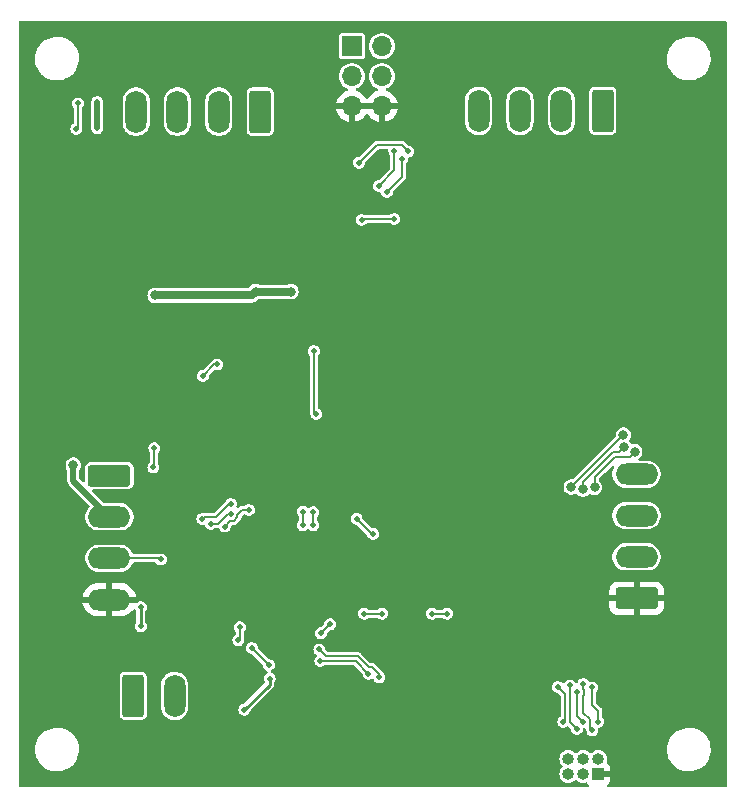
<source format=gbr>
%TF.GenerationSoftware,KiCad,Pcbnew,7.0.11*%
%TF.CreationDate,2024-04-01T19:46:57+02:00*%
%TF.ProjectId,BloX_ABC_MkII,426c6f58-5f41-4424-935f-4d6b49492e6b,rev?*%
%TF.SameCoordinates,Original*%
%TF.FileFunction,Copper,L2,Bot*%
%TF.FilePolarity,Positive*%
%FSLAX46Y46*%
G04 Gerber Fmt 4.6, Leading zero omitted, Abs format (unit mm)*
G04 Created by KiCad (PCBNEW 7.0.11) date 2024-04-01 19:46:57*
%MOMM*%
%LPD*%
G01*
G04 APERTURE LIST*
G04 Aperture macros list*
%AMRoundRect*
0 Rectangle with rounded corners*
0 $1 Rounding radius*
0 $2 $3 $4 $5 $6 $7 $8 $9 X,Y pos of 4 corners*
0 Add a 4 corners polygon primitive as box body*
4,1,4,$2,$3,$4,$5,$6,$7,$8,$9,$2,$3,0*
0 Add four circle primitives for the rounded corners*
1,1,$1+$1,$2,$3*
1,1,$1+$1,$4,$5*
1,1,$1+$1,$6,$7*
1,1,$1+$1,$8,$9*
0 Add four rect primitives between the rounded corners*
20,1,$1+$1,$2,$3,$4,$5,0*
20,1,$1+$1,$4,$5,$6,$7,0*
20,1,$1+$1,$6,$7,$8,$9,0*
20,1,$1+$1,$8,$9,$2,$3,0*%
G04 Aperture macros list end*
%TA.AperFunction,ComponentPad*%
%ADD10RoundRect,0.250000X0.650000X1.550000X-0.650000X1.550000X-0.650000X-1.550000X0.650000X-1.550000X0*%
%TD*%
%TA.AperFunction,ComponentPad*%
%ADD11O,1.800000X3.600000*%
%TD*%
%TA.AperFunction,ComponentPad*%
%ADD12RoundRect,0.250000X-0.650000X-1.550000X0.650000X-1.550000X0.650000X1.550000X-0.650000X1.550000X0*%
%TD*%
%TA.AperFunction,ComponentPad*%
%ADD13RoundRect,0.250000X-1.550000X0.650000X-1.550000X-0.650000X1.550000X-0.650000X1.550000X0.650000X0*%
%TD*%
%TA.AperFunction,ComponentPad*%
%ADD14O,3.600000X1.800000*%
%TD*%
%TA.AperFunction,ComponentPad*%
%ADD15R,1.700000X1.700000*%
%TD*%
%TA.AperFunction,ComponentPad*%
%ADD16O,1.700000X1.700000*%
%TD*%
%TA.AperFunction,ComponentPad*%
%ADD17R,1.000000X1.000000*%
%TD*%
%TA.AperFunction,ComponentPad*%
%ADD18O,1.000000X1.000000*%
%TD*%
%TA.AperFunction,ComponentPad*%
%ADD19RoundRect,0.250000X1.550000X-0.650000X1.550000X0.650000X-1.550000X0.650000X-1.550000X-0.650000X0*%
%TD*%
%TA.AperFunction,ViaPad*%
%ADD20C,0.500000*%
%TD*%
%TA.AperFunction,ViaPad*%
%ADD21C,0.800000*%
%TD*%
%TA.AperFunction,Conductor*%
%ADD22C,0.200000*%
%TD*%
%TA.AperFunction,Conductor*%
%ADD23C,0.700000*%
%TD*%
%TA.AperFunction,Conductor*%
%ADD24C,0.500000*%
%TD*%
%TA.AperFunction,Conductor*%
%ADD25C,0.250000*%
%TD*%
G04 APERTURE END LIST*
D10*
%TO.P,J802,1,Pin_1*%
%TO.N,VCC*%
X124195000Y-67432500D03*
D11*
%TO.P,J802,2,Pin_2*%
%TO.N,/signals/green_amp*%
X120695000Y-67432500D03*
%TO.P,J802,3,Pin_3*%
%TO.N,/signals/yellow_amp*%
X117195000Y-67432500D03*
%TO.P,J802,4,Pin_4*%
%TO.N,/signals/red_amp*%
X113695000Y-67432500D03*
%TD*%
D12*
%TO.P,J1,1,Pin_1*%
%TO.N,/occupancy/toInput*%
X84455000Y-116967000D03*
D11*
%TO.P,J1,2,Pin_2*%
%TO.N,/ring_left*%
X87955000Y-116967000D03*
%TD*%
D13*
%TO.P,J101,1,Pin_1*%
%TO.N,/ring_left*%
X82432500Y-98305000D03*
D14*
%TO.P,J101,2,Pin_2*%
%TO.N,/ring_right*%
X82432500Y-101805000D03*
%TO.P,J101,3,Pin_3*%
%TO.N,/downline*%
X82432500Y-105305000D03*
%TO.P,J101,4,Pin_4*%
%TO.N,GND*%
X82432500Y-108805000D03*
%TD*%
D15*
%TO.P,J801,1,Pin_1*%
%TO.N,/CPU/dist*%
X102960000Y-61960000D03*
D16*
%TO.P,J801,2,Pin_2*%
%TO.N,/CPU/main*%
X105500000Y-61960000D03*
%TO.P,J801,3,Pin_3*%
%TO.N,+5VA*%
X102960000Y-64500000D03*
%TO.P,J801,4,Pin_4*%
X105500000Y-64500000D03*
%TO.P,J801,5,Pin_5*%
%TO.N,GND*%
X102960000Y-67040000D03*
%TO.P,J801,6,Pin_6*%
X105500000Y-67040000D03*
%TD*%
D10*
%TO.P,J103,1,Pin_1*%
%TO.N,/brake*%
X95195000Y-67500000D03*
D11*
%TO.P,J103,2,Pin_2*%
%TO.N,/buffer*%
X91695000Y-67500000D03*
%TO.P,J103,3,Pin_3*%
%TO.N,/ring_right*%
X88195000Y-67500000D03*
%TO.P,J103,4,Pin_4*%
%TO.N,/ring_left*%
X84695000Y-67500000D03*
%TD*%
D17*
%TO.P,U201,1*%
%TO.N,GND*%
X123825000Y-123571000D03*
D18*
%TO.P,U201,2*%
%TO.N,/CPU/reset*%
X123825000Y-122301000D03*
%TO.P,U201,3*%
%TO.N,/CPU/MOSI*%
X122555000Y-123571000D03*
%TO.P,U201,4*%
%TO.N,/CPU/SCK*%
X122555000Y-122301000D03*
%TO.P,U201,5*%
%TO.N,+5V*%
X121285000Y-123571000D03*
%TO.P,U201,6*%
%TO.N,/CPU/MISO*%
X121285000Y-122301000D03*
%TD*%
D19*
%TO.P,J102,1,Pin_1*%
%TO.N,GND*%
X127067500Y-108695000D03*
D14*
%TO.P,J102,2,Pin_2*%
%TO.N,/up+*%
X127067500Y-105195000D03*
%TO.P,J102,3,Pin_3*%
%TO.N,/ring_left*%
X127067500Y-101695000D03*
%TO.P,J102,4,Pin_4*%
%TO.N,/ring_right*%
X127067500Y-98195000D03*
%TD*%
D20*
%TO.N,GND*%
X115570000Y-101981000D03*
X100457000Y-65786000D03*
D21*
X78359000Y-81788000D03*
D20*
X100965000Y-107442000D03*
X123825000Y-76581000D03*
D21*
X90504500Y-85852000D03*
D20*
X98679000Y-72898000D03*
X86233000Y-94234000D03*
X113665000Y-120777000D03*
X102997000Y-123317000D03*
X116967000Y-106172000D03*
X105791000Y-69215000D03*
D21*
X84027500Y-81280000D03*
D20*
X95885000Y-72898000D03*
X111887000Y-113665000D03*
X95758000Y-99314000D03*
X95631000Y-60706000D03*
X122936000Y-111125000D03*
X102108000Y-111379000D03*
X91948000Y-69977000D03*
X119126000Y-106045000D03*
X108712000Y-66675000D03*
X113411000Y-77724000D03*
X97282000Y-74041000D03*
X93472000Y-67437000D03*
D21*
X91520500Y-81407000D03*
D20*
X105537000Y-78359000D03*
X113538000Y-61595000D03*
X133350000Y-81026000D03*
X110236000Y-120777000D03*
X99187000Y-107188000D03*
D21*
X121920000Y-114046000D03*
D20*
X96393000Y-92329000D03*
X115189000Y-71247000D03*
D21*
X89488500Y-85852000D03*
D20*
X83693000Y-61341000D03*
D21*
X87884000Y-96520000D03*
D20*
X132842000Y-76962000D03*
X96901000Y-78359000D03*
D21*
X131572000Y-75057000D03*
D20*
X101600000Y-72898000D03*
X79502000Y-72390000D03*
X90424000Y-65024000D03*
X123825000Y-73406000D03*
X130175000Y-102108000D03*
D21*
X90504500Y-81407000D03*
D20*
X105791000Y-83947000D03*
D21*
X89281000Y-96520000D03*
D20*
X89408000Y-104267000D03*
D21*
X131572000Y-82296000D03*
X89488500Y-81407000D03*
D20*
X116459000Y-82042000D03*
X101346000Y-68580000D03*
X104013000Y-68707000D03*
X133477000Y-79756000D03*
D21*
X87630000Y-92583000D03*
X89281000Y-92583000D03*
D20*
X102743000Y-109220000D03*
D21*
X95965500Y-85471000D03*
X128778000Y-117856000D03*
D20*
X95377000Y-90932000D03*
X103886000Y-72771000D03*
X110363000Y-123571000D03*
X97028000Y-76708000D03*
D21*
X127889000Y-111887000D03*
X80518000Y-87249000D03*
X126365000Y-92075000D03*
X86440500Y-86360000D03*
D20*
X97536000Y-93853000D03*
X92456000Y-123698000D03*
D21*
X81661000Y-70612000D03*
D20*
X92075000Y-97155000D03*
X114681000Y-86360000D03*
X130556000Y-76835000D03*
X113538000Y-84201000D03*
X118491000Y-81788000D03*
D21*
X86059500Y-80391000D03*
D20*
X125095000Y-112522000D03*
X75946000Y-67818000D03*
X127635000Y-123825000D03*
X109220000Y-77851000D03*
D21*
X131445000Y-94488000D03*
D20*
X118110000Y-120269000D03*
X124460000Y-61849000D03*
X131445000Y-84582000D03*
X127635000Y-75184000D03*
X87122000Y-70485000D03*
X130175000Y-84582000D03*
X104648000Y-113538000D03*
D21*
X95367000Y-104861000D03*
X87710500Y-86614000D03*
D20*
X132969000Y-99695000D03*
X94996000Y-123825000D03*
X102489000Y-76327000D03*
D21*
X81788000Y-90297000D03*
X89408000Y-100457000D03*
X97362500Y-84328000D03*
D20*
X127762000Y-71247000D03*
X132715000Y-68072000D03*
D21*
X92446000Y-106258000D03*
D20*
X119507000Y-104013000D03*
X96647000Y-98425000D03*
X119761000Y-78613000D03*
X82423000Y-106934000D03*
X96774000Y-104648000D03*
X130429000Y-80518000D03*
X98044000Y-108204000D03*
X113157000Y-102616000D03*
D21*
X124079000Y-88011000D03*
D20*
X123952000Y-83947000D03*
X118745000Y-76835000D03*
D21*
X91520500Y-85852000D03*
D20*
X99695000Y-78994000D03*
X97282000Y-102743000D03*
X92329000Y-99568000D03*
D21*
X88011000Y-98425000D03*
D20*
X121539000Y-70485000D03*
X109474000Y-84201000D03*
X118237000Y-101981000D03*
X96012000Y-95885000D03*
X99822000Y-76835000D03*
D21*
X133350000Y-110109000D03*
D20*
X89154000Y-74803000D03*
D21*
X131572000Y-78613000D03*
D20*
X99314000Y-123444000D03*
X108712000Y-71501000D03*
X133604000Y-84582000D03*
D21*
X87884000Y-90932000D03*
D20*
X92075000Y-77089000D03*
X113284000Y-123317000D03*
D21*
X93472000Y-87757000D03*
X90541000Y-104226000D03*
D20*
%TO.N,VCC*%
X90343202Y-89869798D03*
D21*
X94820950Y-82733950D03*
X97790000Y-82733950D03*
D20*
X107738000Y-70866000D03*
X103574314Y-71812686D03*
X91567000Y-88900000D03*
D21*
X86313500Y-83058000D03*
D20*
%TO.N,+5V*%
X79756000Y-66800000D03*
X120396000Y-116205000D03*
X103358692Y-101961692D03*
X104765696Y-103241696D03*
X120862500Y-119149500D03*
X79629000Y-68961000D03*
%TO.N,+5VA*%
X81407000Y-68900000D03*
X81407000Y-66675000D03*
%TO.N,/CPU/SCK*%
X122555000Y-119149500D03*
X122047000Y-116650500D03*
D21*
%TO.N,/ring_right*%
X79375000Y-97409000D03*
D20*
%TO.N,/ring_left*%
X85090000Y-109455500D03*
X85090000Y-111054500D03*
%TO.N,/downline*%
X86239606Y-95979994D03*
X86153000Y-97612200D03*
X86783000Y-105410000D03*
%TO.N,/up+*%
X109725500Y-110000000D03*
X104000000Y-110000000D03*
X100340944Y-111659056D03*
X101118056Y-110881944D03*
X105500000Y-110000000D03*
X111000000Y-110000000D03*
%TO.N,/CPU/main*%
X105918000Y-74295000D03*
X99695000Y-101411692D03*
X107188000Y-71501000D03*
X99695000Y-102511692D03*
X99750000Y-87757000D03*
X99949000Y-93091000D03*
%TO.N,/CPU/reset*%
X122555000Y-115951000D03*
X123317000Y-119888000D03*
%TO.N,/ABC/TTL*%
X90297000Y-101981000D03*
X92710000Y-100711000D03*
X94488000Y-112903000D03*
X95927566Y-114342566D03*
D21*
%TO.N,/CPU/green*%
X121539000Y-99280000D03*
X125949000Y-94869000D03*
%TO.N,/CPU/yellow*%
X122522996Y-99458204D03*
X125994883Y-95867949D03*
%TO.N,/CPU/red*%
X123510962Y-99303516D03*
X126905678Y-96280813D03*
D20*
%TO.N,/CPU/MOSI*%
X123309444Y-116250500D03*
X105283000Y-115395500D03*
X100203000Y-113030000D03*
X123825000Y-119149500D03*
%TO.N,/CPU/MISO*%
X122005500Y-119761531D03*
X121412000Y-116078000D03*
X104369314Y-115095000D03*
X100293961Y-114006678D03*
%TO.N,/CPU/S1*%
X92717909Y-101592091D03*
X91014690Y-102404795D03*
%TO.N,/CPU/S2*%
X93472000Y-111142956D03*
X92194091Y-102623909D03*
X94234000Y-101219000D03*
X103779934Y-76667058D03*
X106553000Y-76581000D03*
X93345000Y-112242956D03*
%TO.N,/CPU/dist*%
X105226002Y-73787000D03*
X106553000Y-70866000D03*
X98813909Y-101353909D03*
X98806000Y-102511692D03*
%TO.N,/CPU/occupied*%
X93861153Y-118138847D03*
X96000000Y-115500000D03*
%TD*%
D22*
%TO.N,VCC*%
X107188000Y-70316000D02*
X107738000Y-70866000D01*
D23*
X86313500Y-83058000D02*
X94496900Y-83058000D01*
X97790000Y-82733950D02*
X94820950Y-82733950D01*
D22*
X91567000Y-88900000D02*
X91313000Y-88900000D01*
D23*
X94496900Y-83058000D02*
X94820950Y-82733950D01*
D22*
X91313000Y-88900000D02*
X90343202Y-89869798D01*
X105071000Y-70316000D02*
X107188000Y-70316000D01*
X103574314Y-71812686D02*
X105071000Y-70316000D01*
%TO.N,+5V*%
X121012000Y-119000000D02*
X121012000Y-116821000D01*
X104765696Y-103241696D02*
X104638696Y-103241696D01*
X121012000Y-116821000D02*
X120396000Y-116205000D01*
X79756000Y-68834000D02*
X79756000Y-66800000D01*
X79629000Y-68961000D02*
X79756000Y-68834000D01*
X104638696Y-103241696D02*
X103358692Y-101961692D01*
X120862500Y-119149500D02*
X121012000Y-119000000D01*
D24*
%TO.N,+5VA*%
X81407000Y-66675000D02*
X81407000Y-68900000D01*
D22*
%TO.N,/CPU/SCK*%
X122047000Y-118641500D02*
X122555000Y-119149500D01*
X122047000Y-116650500D02*
X122047000Y-118641500D01*
D24*
%TO.N,/ring_right*%
X79375000Y-98747500D02*
X82432500Y-101805000D01*
X79375000Y-97409000D02*
X79375000Y-98747500D01*
D25*
%TO.N,/ring_left*%
X85090000Y-109455500D02*
X85090000Y-111054500D01*
D22*
%TO.N,/downline*%
X86678000Y-105305000D02*
X86783000Y-105410000D01*
X82432500Y-105305000D02*
X86678000Y-105305000D01*
X86239606Y-95979994D02*
X86239606Y-97525594D01*
X86239606Y-97525594D02*
X86153000Y-97612200D01*
%TO.N,/up+*%
X100340944Y-111659056D02*
X101118056Y-110881944D01*
X109725500Y-110000000D02*
X111000000Y-110000000D01*
X104000000Y-110000000D02*
X105500000Y-110000000D01*
%TO.N,/CPU/main*%
X107188000Y-71501000D02*
X107188000Y-73025000D01*
X107188000Y-73025000D02*
X105918000Y-74295000D01*
X99695000Y-101411692D02*
X99695000Y-102511692D01*
X99750000Y-87757000D02*
X99750000Y-92892000D01*
X99750000Y-92892000D02*
X99949000Y-93091000D01*
%TO.N,/CPU/reset*%
X123105000Y-119676000D02*
X123317000Y-119888000D01*
X122555000Y-116380682D02*
X122597000Y-116422682D01*
X122597000Y-116422682D02*
X122597000Y-116878318D01*
X122597000Y-116878318D02*
X122555000Y-116920318D01*
X122555000Y-116920318D02*
X122555000Y-118371682D01*
X122555000Y-115951000D02*
X122555000Y-116380682D01*
X122555000Y-118371682D02*
X123105000Y-118921682D01*
X123105000Y-118921682D02*
X123105000Y-119676000D01*
%TO.N,/ABC/TTL*%
X94488000Y-112903000D02*
X95927566Y-114342566D01*
X91440000Y-101854000D02*
X92583000Y-100711000D01*
X90424000Y-101854000D02*
X90297000Y-101981000D01*
X91440000Y-101854000D02*
X90424000Y-101854000D01*
X92583000Y-100711000D02*
X92710000Y-100711000D01*
%TO.N,/CPU/green*%
X125949000Y-94869000D02*
X125949000Y-94870000D01*
X125949000Y-94870000D02*
X121539000Y-99280000D01*
%TO.N,/CPU/yellow*%
X122522996Y-98861690D02*
X122522996Y-99458204D01*
X125994883Y-95867949D02*
X125548832Y-96314000D01*
X125548832Y-96314000D02*
X125070686Y-96314000D01*
X125070686Y-96314000D02*
X122522996Y-98861690D01*
%TO.N,/CPU/red*%
X126472491Y-96714000D02*
X125236372Y-96714000D01*
X126905678Y-96280813D02*
X126472491Y-96714000D01*
X123510962Y-98439410D02*
X123510962Y-99303516D01*
X123510962Y-98439410D02*
X125236372Y-96714000D01*
%TO.N,/CPU/MOSI*%
X104706818Y-114545000D02*
X105283000Y-115121182D01*
X123825000Y-118237000D02*
X123309444Y-117721444D01*
X103446677Y-113606678D02*
X100779678Y-113606678D01*
X104385000Y-114545000D02*
X103446677Y-113606678D01*
X100779678Y-113606678D02*
X100203000Y-113030000D01*
X123309444Y-117721444D02*
X123309444Y-116250500D01*
X105283000Y-115121182D02*
X105283000Y-115395500D01*
X104706818Y-114545000D02*
X104385000Y-114545000D01*
X123825000Y-119149500D02*
X123825000Y-118237000D01*
%TO.N,/CPU/MISO*%
X104479000Y-115095000D02*
X104369314Y-115095000D01*
X121412000Y-119168031D02*
X122005500Y-119761531D01*
X104369314Y-115095000D02*
X103280992Y-114006678D01*
X121412000Y-116078000D02*
X121412000Y-119168031D01*
X103280992Y-114006678D02*
X100293961Y-114006678D01*
%TO.N,/CPU/S1*%
X91014690Y-102404795D02*
X91635387Y-102404795D01*
X92448091Y-101592091D02*
X92717909Y-101592091D01*
X91635387Y-102404795D02*
X92448091Y-101592091D01*
%TO.N,/CPU/S2*%
X93267909Y-101613591D02*
X93662500Y-101219000D01*
X93662500Y-101219000D02*
X94234000Y-101219000D01*
X103779934Y-76667058D02*
X103865992Y-76581000D01*
X93472000Y-112115956D02*
X93345000Y-112242956D01*
X92675909Y-102142091D02*
X92945727Y-102142091D01*
X103865992Y-76581000D02*
X106553000Y-76581000D01*
X93267909Y-101819909D02*
X93267909Y-101613591D01*
X92945727Y-102142091D02*
X93267909Y-101819909D01*
X92194091Y-102623909D02*
X92675909Y-102142091D01*
X93472000Y-111142956D02*
X93472000Y-112115956D01*
%TO.N,/CPU/dist*%
X106553000Y-72460002D02*
X105226002Y-73787000D01*
X98806000Y-101361818D02*
X98813909Y-101353909D01*
X98806000Y-102511692D02*
X98806000Y-101361818D01*
X106553000Y-70866000D02*
X106553000Y-72460002D01*
D25*
%TO.N,/CPU/occupied*%
X96000000Y-116000000D02*
X93861153Y-118138847D01*
X96000000Y-115500000D02*
X96000000Y-116000000D01*
%TD*%
%TA.AperFunction,Conductor*%
%TO.N,GND*%
G36*
X105040507Y-66830156D02*
G01*
X105000000Y-66968111D01*
X105000000Y-67111889D01*
X105040507Y-67249844D01*
X105066314Y-67290000D01*
X103393686Y-67290000D01*
X103419493Y-67249844D01*
X103460000Y-67111889D01*
X103460000Y-66968111D01*
X103419493Y-66830156D01*
X103393686Y-66790000D01*
X105066314Y-66790000D01*
X105040507Y-66830156D01*
G37*
%TD.AperFunction*%
%TA.AperFunction,Conductor*%
G36*
X134642539Y-59820185D02*
G01*
X134688294Y-59872989D01*
X134699500Y-59924500D01*
X134699500Y-124575500D01*
X134679815Y-124642539D01*
X134627011Y-124688294D01*
X134575500Y-124699500D01*
X124692321Y-124699500D01*
X124625282Y-124679815D01*
X124579527Y-124627011D01*
X124569583Y-124557853D01*
X124598608Y-124494297D01*
X124618010Y-124476234D01*
X124682187Y-124428190D01*
X124682190Y-124428187D01*
X124768350Y-124313093D01*
X124768354Y-124313086D01*
X124818596Y-124178379D01*
X124818598Y-124178372D01*
X124824999Y-124118844D01*
X124825000Y-124118827D01*
X124825000Y-123821000D01*
X124070581Y-123821000D01*
X124122060Y-123765079D01*
X124168982Y-123658108D01*
X124178628Y-123541698D01*
X124149953Y-123428462D01*
X124086064Y-123330673D01*
X124073636Y-123321000D01*
X124825000Y-123321000D01*
X124825000Y-123023172D01*
X124824999Y-123023155D01*
X124818598Y-122963627D01*
X124818596Y-122963620D01*
X124768354Y-122828913D01*
X124768350Y-122828906D01*
X124682190Y-122713812D01*
X124682187Y-122713809D01*
X124591279Y-122645755D01*
X124549408Y-122589822D01*
X124544424Y-122520130D01*
X124548542Y-122505555D01*
X124561313Y-122469059D01*
X124561314Y-122469052D01*
X124580249Y-122301002D01*
X124580249Y-122300997D01*
X124561314Y-122132943D01*
X124505454Y-121973305D01*
X124505452Y-121973302D01*
X124415481Y-121830115D01*
X124415476Y-121830109D01*
X124295890Y-121710523D01*
X124295884Y-121710518D01*
X124152697Y-121620547D01*
X124152694Y-121620545D01*
X124001852Y-121567763D01*
X129645787Y-121567763D01*
X129675413Y-121837013D01*
X129675415Y-121837024D01*
X129711043Y-121973302D01*
X129743928Y-122099088D01*
X129849870Y-122348390D01*
X129945773Y-122505532D01*
X129990979Y-122579605D01*
X129990986Y-122579615D01*
X130164253Y-122787819D01*
X130164259Y-122787824D01*
X130231776Y-122848319D01*
X130365998Y-122968582D01*
X130591910Y-123118044D01*
X130837176Y-123233020D01*
X130837183Y-123233022D01*
X130837185Y-123233023D01*
X131096557Y-123311057D01*
X131096564Y-123311058D01*
X131096569Y-123311060D01*
X131364561Y-123350500D01*
X131364566Y-123350500D01*
X131567629Y-123350500D01*
X131567631Y-123350500D01*
X131567636Y-123350499D01*
X131567648Y-123350499D01*
X131605191Y-123347750D01*
X131770156Y-123335677D01*
X131882758Y-123310593D01*
X132034546Y-123276782D01*
X132034548Y-123276781D01*
X132034553Y-123276780D01*
X132287558Y-123180014D01*
X132523777Y-123047441D01*
X132738177Y-122881888D01*
X132926186Y-122686881D01*
X133083799Y-122466579D01*
X133168929Y-122301000D01*
X133207649Y-122225690D01*
X133207651Y-122225684D01*
X133207656Y-122225675D01*
X133295118Y-121969305D01*
X133344319Y-121702933D01*
X133354212Y-121432235D01*
X133324586Y-121162982D01*
X133256072Y-120900912D01*
X133150130Y-120651610D01*
X133009018Y-120420390D01*
X132919747Y-120313119D01*
X132835746Y-120212180D01*
X132835740Y-120212175D01*
X132634002Y-120031418D01*
X132408092Y-119881957D01*
X132408090Y-119881956D01*
X132162824Y-119766980D01*
X132162819Y-119766978D01*
X132162814Y-119766976D01*
X131903442Y-119688942D01*
X131903428Y-119688939D01*
X131787791Y-119671921D01*
X131635439Y-119649500D01*
X131432369Y-119649500D01*
X131432351Y-119649500D01*
X131229844Y-119664323D01*
X131229831Y-119664325D01*
X130965453Y-119723217D01*
X130965446Y-119723220D01*
X130712439Y-119819987D01*
X130476226Y-119952557D01*
X130261822Y-120118112D01*
X130073822Y-120313109D01*
X130073816Y-120313116D01*
X129916202Y-120533419D01*
X129916199Y-120533424D01*
X129792350Y-120774309D01*
X129792343Y-120774327D01*
X129704884Y-121030685D01*
X129704881Y-121030699D01*
X129655681Y-121297068D01*
X129655680Y-121297075D01*
X129645787Y-121567763D01*
X124001852Y-121567763D01*
X123993056Y-121564685D01*
X123825003Y-121545751D01*
X123824997Y-121545751D01*
X123656943Y-121564685D01*
X123497305Y-121620545D01*
X123497302Y-121620547D01*
X123354115Y-121710518D01*
X123354109Y-121710523D01*
X123277681Y-121786952D01*
X123216358Y-121820437D01*
X123146666Y-121815453D01*
X123102319Y-121786952D01*
X123025890Y-121710523D01*
X123025884Y-121710518D01*
X122882697Y-121620547D01*
X122882694Y-121620545D01*
X122723056Y-121564685D01*
X122555003Y-121545751D01*
X122554997Y-121545751D01*
X122386943Y-121564685D01*
X122227305Y-121620545D01*
X122227302Y-121620547D01*
X122084115Y-121710518D01*
X122084109Y-121710523D01*
X122007681Y-121786952D01*
X121946358Y-121820437D01*
X121876666Y-121815453D01*
X121832319Y-121786952D01*
X121755890Y-121710523D01*
X121755884Y-121710518D01*
X121612697Y-121620547D01*
X121612694Y-121620545D01*
X121453056Y-121564685D01*
X121285003Y-121545751D01*
X121284997Y-121545751D01*
X121116943Y-121564685D01*
X120957305Y-121620545D01*
X120957302Y-121620547D01*
X120814115Y-121710518D01*
X120814109Y-121710523D01*
X120694523Y-121830109D01*
X120694518Y-121830115D01*
X120604547Y-121973302D01*
X120604545Y-121973305D01*
X120548685Y-122132943D01*
X120529751Y-122300997D01*
X120529751Y-122301002D01*
X120548685Y-122469056D01*
X120604545Y-122628694D01*
X120604547Y-122628697D01*
X120694518Y-122771884D01*
X120694523Y-122771890D01*
X120770952Y-122848319D01*
X120804437Y-122909642D01*
X120799453Y-122979334D01*
X120770952Y-123023681D01*
X120694523Y-123100109D01*
X120694518Y-123100115D01*
X120604547Y-123243302D01*
X120604545Y-123243305D01*
X120548685Y-123402943D01*
X120529751Y-123570997D01*
X120529751Y-123571002D01*
X120548685Y-123739056D01*
X120604545Y-123898694D01*
X120604547Y-123898697D01*
X120694518Y-124041884D01*
X120694523Y-124041890D01*
X120814109Y-124161476D01*
X120814115Y-124161481D01*
X120957302Y-124251452D01*
X120957305Y-124251454D01*
X120957309Y-124251455D01*
X120957310Y-124251456D01*
X121029913Y-124276860D01*
X121116943Y-124307314D01*
X121284997Y-124326249D01*
X121285000Y-124326249D01*
X121285003Y-124326249D01*
X121453056Y-124307314D01*
X121453059Y-124307313D01*
X121612690Y-124251456D01*
X121612692Y-124251454D01*
X121612694Y-124251454D01*
X121612697Y-124251452D01*
X121755884Y-124161481D01*
X121755885Y-124161480D01*
X121755890Y-124161477D01*
X121832319Y-124085048D01*
X121893642Y-124051563D01*
X121963334Y-124056547D01*
X122007681Y-124085048D01*
X122084109Y-124161476D01*
X122084115Y-124161481D01*
X122227302Y-124251452D01*
X122227305Y-124251454D01*
X122227309Y-124251455D01*
X122227310Y-124251456D01*
X122299913Y-124276860D01*
X122386943Y-124307314D01*
X122554997Y-124326249D01*
X122555000Y-124326249D01*
X122555003Y-124326249D01*
X122723052Y-124307314D01*
X122723052Y-124307313D01*
X122723059Y-124307313D01*
X122759537Y-124294548D01*
X122829311Y-124290986D01*
X122889939Y-124325714D01*
X122899755Y-124337279D01*
X122967809Y-124428187D01*
X122967812Y-124428190D01*
X123031990Y-124476234D01*
X123073861Y-124532167D01*
X123078845Y-124601859D01*
X123045359Y-124663182D01*
X122984036Y-124696666D01*
X122957679Y-124699500D01*
X74924500Y-124699500D01*
X74857461Y-124679815D01*
X74811706Y-124627011D01*
X74800500Y-124575500D01*
X74800500Y-121567763D01*
X76145787Y-121567763D01*
X76175413Y-121837013D01*
X76175415Y-121837024D01*
X76211043Y-121973302D01*
X76243928Y-122099088D01*
X76349870Y-122348390D01*
X76445773Y-122505532D01*
X76490979Y-122579605D01*
X76490986Y-122579615D01*
X76664253Y-122787819D01*
X76664259Y-122787824D01*
X76731776Y-122848319D01*
X76865998Y-122968582D01*
X77091910Y-123118044D01*
X77337176Y-123233020D01*
X77337183Y-123233022D01*
X77337185Y-123233023D01*
X77596557Y-123311057D01*
X77596564Y-123311058D01*
X77596569Y-123311060D01*
X77864561Y-123350500D01*
X77864566Y-123350500D01*
X78067629Y-123350500D01*
X78067631Y-123350500D01*
X78067636Y-123350499D01*
X78067648Y-123350499D01*
X78105191Y-123347750D01*
X78270156Y-123335677D01*
X78382758Y-123310593D01*
X78534546Y-123276782D01*
X78534548Y-123276781D01*
X78534553Y-123276780D01*
X78787558Y-123180014D01*
X79023777Y-123047441D01*
X79238177Y-122881888D01*
X79426186Y-122686881D01*
X79583799Y-122466579D01*
X79668929Y-122301000D01*
X79707649Y-122225690D01*
X79707651Y-122225684D01*
X79707656Y-122225675D01*
X79795118Y-121969305D01*
X79844319Y-121702933D01*
X79854212Y-121432235D01*
X79824586Y-121162982D01*
X79756072Y-120900912D01*
X79650130Y-120651610D01*
X79509018Y-120420390D01*
X79419747Y-120313119D01*
X79335746Y-120212180D01*
X79335740Y-120212175D01*
X79134002Y-120031418D01*
X78908092Y-119881957D01*
X78908090Y-119881956D01*
X78662824Y-119766980D01*
X78662819Y-119766978D01*
X78662814Y-119766976D01*
X78403442Y-119688942D01*
X78403428Y-119688939D01*
X78287791Y-119671921D01*
X78135439Y-119649500D01*
X77932369Y-119649500D01*
X77932351Y-119649500D01*
X77729844Y-119664323D01*
X77729831Y-119664325D01*
X77465453Y-119723217D01*
X77465446Y-119723220D01*
X77212439Y-119819987D01*
X76976226Y-119952557D01*
X76761822Y-120118112D01*
X76573822Y-120313109D01*
X76573816Y-120313116D01*
X76416202Y-120533419D01*
X76416199Y-120533424D01*
X76292350Y-120774309D01*
X76292343Y-120774327D01*
X76204884Y-121030685D01*
X76204881Y-121030699D01*
X76155681Y-121297068D01*
X76155680Y-121297075D01*
X76145787Y-121567763D01*
X74800500Y-121567763D01*
X74800500Y-118564870D01*
X83304500Y-118564870D01*
X83304501Y-118564876D01*
X83310908Y-118624483D01*
X83361202Y-118759328D01*
X83361206Y-118759335D01*
X83447452Y-118874544D01*
X83447455Y-118874547D01*
X83562664Y-118960793D01*
X83562671Y-118960797D01*
X83697517Y-119011091D01*
X83697516Y-119011091D01*
X83704444Y-119011835D01*
X83757127Y-119017500D01*
X85152872Y-119017499D01*
X85212483Y-119011091D01*
X85347331Y-118960796D01*
X85462546Y-118874546D01*
X85548796Y-118759331D01*
X85599091Y-118624483D01*
X85605500Y-118564873D01*
X85605500Y-117920194D01*
X86804500Y-117920194D01*
X86819244Y-118079310D01*
X86868289Y-118251684D01*
X86877596Y-118284392D01*
X86877596Y-118284394D01*
X86972632Y-118475253D01*
X87101127Y-118645406D01*
X87101128Y-118645407D01*
X87258698Y-118789052D01*
X87439981Y-118901298D01*
X87638802Y-118978321D01*
X87848390Y-119017500D01*
X87848392Y-119017500D01*
X88061608Y-119017500D01*
X88061610Y-119017500D01*
X88271198Y-118978321D01*
X88470019Y-118901298D01*
X88651302Y-118789052D01*
X88808872Y-118645407D01*
X88937366Y-118475255D01*
X88937367Y-118475253D01*
X89032403Y-118284394D01*
X89032403Y-118284393D01*
X89032405Y-118284389D01*
X89073816Y-118138847D01*
X93355506Y-118138847D01*
X93375987Y-118281303D01*
X93405471Y-118345863D01*
X93435776Y-118412220D01*
X93530025Y-118520990D01*
X93651100Y-118598800D01*
X93651103Y-118598801D01*
X93651102Y-118598801D01*
X93789189Y-118639346D01*
X93789191Y-118639347D01*
X93789192Y-118639347D01*
X93933115Y-118639347D01*
X93933115Y-118639346D01*
X94071206Y-118598800D01*
X94192281Y-118520990D01*
X94286530Y-118412220D01*
X94346318Y-118281304D01*
X94356662Y-118209349D01*
X94385686Y-118145796D01*
X94391705Y-118139330D01*
X96228889Y-116302146D01*
X96248746Y-116286022D01*
X96257836Y-116280084D01*
X96277271Y-116255112D01*
X96287456Y-116243581D01*
X96287456Y-116243580D01*
X96287519Y-116243518D01*
X96299630Y-116226553D01*
X96302627Y-116222534D01*
X96316275Y-116205000D01*
X119890353Y-116205000D01*
X119910834Y-116347456D01*
X119931614Y-116392956D01*
X119970623Y-116478373D01*
X120064872Y-116587143D01*
X120185947Y-116664953D01*
X120185950Y-116664954D01*
X120185949Y-116664954D01*
X120324036Y-116705499D01*
X120324038Y-116705500D01*
X120324039Y-116705500D01*
X120349456Y-116705500D01*
X120416495Y-116725185D01*
X120437137Y-116741819D01*
X120625181Y-116929863D01*
X120658666Y-116991186D01*
X120661500Y-117017544D01*
X120661500Y-118616019D01*
X120641815Y-118683058D01*
X120604540Y-118720334D01*
X120531374Y-118767355D01*
X120437123Y-118876126D01*
X120437122Y-118876128D01*
X120377334Y-119007043D01*
X120356853Y-119149500D01*
X120377334Y-119291956D01*
X120437122Y-119422871D01*
X120437123Y-119422873D01*
X120531372Y-119531643D01*
X120652447Y-119609453D01*
X120652450Y-119609454D01*
X120652449Y-119609454D01*
X120755286Y-119639649D01*
X120788836Y-119649500D01*
X120790536Y-119649999D01*
X120790538Y-119650000D01*
X120790539Y-119650000D01*
X120934462Y-119650000D01*
X120934462Y-119649999D01*
X121072553Y-119609453D01*
X121162107Y-119551900D01*
X121229141Y-119532217D01*
X121296180Y-119551901D01*
X121316823Y-119568536D01*
X121468995Y-119720708D01*
X121502480Y-119782031D01*
X121504052Y-119790741D01*
X121520334Y-119903987D01*
X121542516Y-119952557D01*
X121580123Y-120034904D01*
X121674372Y-120143674D01*
X121795447Y-120221484D01*
X121795450Y-120221485D01*
X121795449Y-120221485D01*
X121933536Y-120262030D01*
X121933538Y-120262031D01*
X121933539Y-120262031D01*
X122077462Y-120262031D01*
X122077462Y-120262030D01*
X122215553Y-120221484D01*
X122336628Y-120143674D01*
X122430877Y-120034904D01*
X122490665Y-119903988D01*
X122511147Y-119761531D01*
X122511146Y-119761529D01*
X122511891Y-119756354D01*
X122540916Y-119692798D01*
X122599694Y-119655023D01*
X122618334Y-119652342D01*
X122618179Y-119651263D01*
X122621336Y-119650809D01*
X122625169Y-119651360D01*
X122634629Y-119650000D01*
X122635830Y-119650000D01*
X122635830Y-119652892D01*
X122690495Y-119660750D01*
X122743301Y-119706504D01*
X122762034Y-119758202D01*
X122764426Y-119777391D01*
X122766524Y-119784435D01*
X122768907Y-119791379D01*
X122768908Y-119791381D01*
X122784388Y-119819986D01*
X122792081Y-119834201D01*
X122794419Y-119838743D01*
X122799813Y-119849778D01*
X122811150Y-119886589D01*
X122831834Y-120030456D01*
X122871866Y-120118112D01*
X122891623Y-120161373D01*
X122985872Y-120270143D01*
X123106947Y-120347953D01*
X123106950Y-120347954D01*
X123106949Y-120347954D01*
X123245036Y-120388499D01*
X123245038Y-120388500D01*
X123245039Y-120388500D01*
X123388962Y-120388500D01*
X123388962Y-120388499D01*
X123527053Y-120347953D01*
X123648128Y-120270143D01*
X123742377Y-120161373D01*
X123802165Y-120030457D01*
X123822647Y-119888000D01*
X123808115Y-119786928D01*
X123818059Y-119717772D01*
X123863813Y-119664968D01*
X123895919Y-119650306D01*
X124035050Y-119609454D01*
X124035050Y-119609453D01*
X124035053Y-119609453D01*
X124156128Y-119531643D01*
X124250377Y-119422873D01*
X124310165Y-119291957D01*
X124330647Y-119149500D01*
X124310165Y-119007043D01*
X124250377Y-118876127D01*
X124249008Y-118874547D01*
X124205786Y-118824664D01*
X124176762Y-118761108D01*
X124175500Y-118743463D01*
X124175500Y-118286206D01*
X124178139Y-118260760D01*
X124180042Y-118251685D01*
X124176451Y-118222883D01*
X124175603Y-118209208D01*
X124175500Y-118207970D01*
X124175500Y-118207960D01*
X124172328Y-118188959D01*
X124171594Y-118183915D01*
X124169673Y-118168500D01*
X124165573Y-118135607D01*
X124165572Y-118135604D01*
X124163477Y-118128566D01*
X124161092Y-118121618D01*
X124137928Y-118078817D01*
X124135579Y-118074254D01*
X124114199Y-118030518D01*
X124109926Y-118024534D01*
X124105420Y-118018745D01*
X124105419Y-118018744D01*
X124105418Y-118018742D01*
X124069587Y-117985757D01*
X124065914Y-117982232D01*
X123696263Y-117612581D01*
X123662778Y-117551258D01*
X123659944Y-117524900D01*
X123659944Y-116656535D01*
X123679629Y-116589496D01*
X123690226Y-116575337D01*
X123734821Y-116523873D01*
X123794609Y-116392957D01*
X123815091Y-116250500D01*
X123794609Y-116108043D01*
X123734821Y-115977127D01*
X123640572Y-115868357D01*
X123519497Y-115790547D01*
X123519495Y-115790546D01*
X123519493Y-115790545D01*
X123519494Y-115790545D01*
X123381407Y-115750000D01*
X123381405Y-115750000D01*
X123237483Y-115750000D01*
X123143012Y-115777738D01*
X123073143Y-115777737D01*
X123014365Y-115739962D01*
X122995286Y-115710273D01*
X122980377Y-115677627D01*
X122886128Y-115568857D01*
X122765053Y-115491047D01*
X122765051Y-115491046D01*
X122765049Y-115491045D01*
X122765050Y-115491045D01*
X122626963Y-115450500D01*
X122626961Y-115450500D01*
X122483039Y-115450500D01*
X122483036Y-115450500D01*
X122344949Y-115491045D01*
X122223873Y-115568856D01*
X122129623Y-115677626D01*
X122129622Y-115677628D01*
X122067294Y-115814106D01*
X122021539Y-115866910D01*
X121954499Y-115886594D01*
X121887460Y-115866909D01*
X121841706Y-115814106D01*
X121841377Y-115813386D01*
X121837377Y-115804627D01*
X121743128Y-115695857D01*
X121622053Y-115618047D01*
X121622051Y-115618046D01*
X121622049Y-115618045D01*
X121622050Y-115618045D01*
X121483963Y-115577500D01*
X121483961Y-115577500D01*
X121340039Y-115577500D01*
X121340036Y-115577500D01*
X121201949Y-115618045D01*
X121080873Y-115695856D01*
X120986623Y-115804626D01*
X120986622Y-115804627D01*
X120971760Y-115837170D01*
X120926003Y-115889972D01*
X120858963Y-115909655D01*
X120791925Y-115889969D01*
X120765254Y-115866857D01*
X120727129Y-115822858D01*
X120727128Y-115822857D01*
X120606053Y-115745047D01*
X120606051Y-115745046D01*
X120606049Y-115745045D01*
X120606050Y-115745045D01*
X120467963Y-115704500D01*
X120467961Y-115704500D01*
X120324039Y-115704500D01*
X120324036Y-115704500D01*
X120185949Y-115745045D01*
X120064873Y-115822856D01*
X119970623Y-115931626D01*
X119970622Y-115931628D01*
X119910834Y-116062543D01*
X119890353Y-116205000D01*
X96316275Y-116205000D01*
X96334809Y-116181189D01*
X96334811Y-116181181D01*
X96338547Y-116174278D01*
X96342006Y-116167203D01*
X96342010Y-116167199D01*
X96356942Y-116117041D01*
X96358486Y-116112218D01*
X96375500Y-116062660D01*
X96375500Y-116062658D01*
X96375501Y-116062656D01*
X96376791Y-116054924D01*
X96377768Y-116047086D01*
X96375606Y-115994807D01*
X96375500Y-115989683D01*
X96375500Y-115877183D01*
X96395185Y-115810144D01*
X96405783Y-115795985D01*
X96425377Y-115773373D01*
X96485165Y-115642457D01*
X96505647Y-115500000D01*
X96485165Y-115357543D01*
X96425377Y-115226627D01*
X96331128Y-115117857D01*
X96210053Y-115040047D01*
X96210050Y-115040045D01*
X96167167Y-115027454D01*
X96108389Y-114989680D01*
X96079364Y-114926124D01*
X96089308Y-114856965D01*
X96135063Y-114804161D01*
X96137617Y-114802519D01*
X96137619Y-114802519D01*
X96258694Y-114724709D01*
X96352943Y-114615939D01*
X96412731Y-114485023D01*
X96433213Y-114342566D01*
X96412731Y-114200109D01*
X96352943Y-114069193D01*
X96258694Y-113960423D01*
X96137619Y-113882613D01*
X96137617Y-113882612D01*
X96137615Y-113882611D01*
X96137616Y-113882611D01*
X95999529Y-113842066D01*
X95999527Y-113842066D01*
X95974109Y-113842066D01*
X95907070Y-113822381D01*
X95886428Y-113805747D01*
X95110682Y-113030000D01*
X99697353Y-113030000D01*
X99717834Y-113172456D01*
X99770345Y-113287437D01*
X99777623Y-113303373D01*
X99871872Y-113412143D01*
X99871874Y-113412144D01*
X99871873Y-113412144D01*
X99928122Y-113448293D01*
X99973876Y-113501097D01*
X99983820Y-113570255D01*
X99954795Y-113633810D01*
X99868586Y-113733300D01*
X99868583Y-113733306D01*
X99808795Y-113864221D01*
X99788314Y-114006678D01*
X99808795Y-114149134D01*
X99867019Y-114276625D01*
X99868584Y-114280051D01*
X99962833Y-114388821D01*
X100083908Y-114466631D01*
X100083911Y-114466632D01*
X100083910Y-114466632D01*
X100221997Y-114507177D01*
X100221999Y-114507178D01*
X100222000Y-114507178D01*
X100365923Y-114507178D01*
X100365923Y-114507177D01*
X100504014Y-114466631D01*
X100625089Y-114388821D01*
X100625097Y-114388811D01*
X100626649Y-114387468D01*
X100628533Y-114386607D01*
X100632550Y-114384026D01*
X100632921Y-114384603D01*
X100690204Y-114358441D01*
X100707856Y-114357178D01*
X103084448Y-114357178D01*
X103151487Y-114376863D01*
X103172129Y-114393497D01*
X103832809Y-115054176D01*
X103866294Y-115115499D01*
X103867866Y-115124210D01*
X103884148Y-115237456D01*
X103917058Y-115309517D01*
X103943937Y-115368373D01*
X104038186Y-115477143D01*
X104159261Y-115554953D01*
X104159264Y-115554954D01*
X104159263Y-115554954D01*
X104297350Y-115595499D01*
X104297352Y-115595500D01*
X104297353Y-115595500D01*
X104441276Y-115595500D01*
X104441276Y-115595499D01*
X104579367Y-115554953D01*
X104633881Y-115519918D01*
X104700917Y-115500235D01*
X104767956Y-115519919D01*
X104813712Y-115572722D01*
X104813712Y-115572723D01*
X104848824Y-115649607D01*
X104857623Y-115668873D01*
X104951872Y-115777643D01*
X105072947Y-115855453D01*
X105072950Y-115855454D01*
X105072949Y-115855454D01*
X105211036Y-115895999D01*
X105211038Y-115896000D01*
X105211039Y-115896000D01*
X105354962Y-115896000D01*
X105354962Y-115895999D01*
X105493053Y-115855453D01*
X105614128Y-115777643D01*
X105708377Y-115668873D01*
X105768165Y-115537957D01*
X105788647Y-115395500D01*
X105768165Y-115253043D01*
X105708377Y-115122127D01*
X105642398Y-115045983D01*
X105624357Y-115014639D01*
X105623985Y-115014841D01*
X105595928Y-114962999D01*
X105593579Y-114958436D01*
X105572199Y-114914700D01*
X105567926Y-114908716D01*
X105563420Y-114902927D01*
X105563419Y-114902926D01*
X105563418Y-114902924D01*
X105527587Y-114869939D01*
X105523914Y-114866414D01*
X104989455Y-114331955D01*
X104973329Y-114312098D01*
X104968255Y-114304331D01*
X104945342Y-114286497D01*
X104935066Y-114277422D01*
X104934127Y-114276627D01*
X104934125Y-114276625D01*
X104918469Y-114265447D01*
X104914362Y-114262385D01*
X104908656Y-114257943D01*
X104875944Y-114232483D01*
X104875942Y-114232482D01*
X104869458Y-114228973D01*
X104862885Y-114225759D01*
X104816227Y-114211868D01*
X104811350Y-114210306D01*
X104765302Y-114194498D01*
X104758105Y-114193297D01*
X104750769Y-114192382D01*
X104702150Y-114194394D01*
X104697025Y-114194500D01*
X104581544Y-114194500D01*
X104514505Y-114174815D01*
X104493863Y-114158181D01*
X103729316Y-113393636D01*
X103713190Y-113373779D01*
X103708114Y-113366009D01*
X103701189Y-113360619D01*
X103685203Y-113348176D01*
X103674948Y-113339119D01*
X103673982Y-113338301D01*
X103658320Y-113327119D01*
X103654222Y-113324064D01*
X103627636Y-113303371D01*
X103615801Y-113294159D01*
X103609332Y-113290658D01*
X103602744Y-113287437D01*
X103556086Y-113273546D01*
X103551209Y-113271984D01*
X103505161Y-113256176D01*
X103497964Y-113254975D01*
X103490628Y-113254060D01*
X103442009Y-113256072D01*
X103436884Y-113256178D01*
X100976222Y-113256178D01*
X100909183Y-113236493D01*
X100888541Y-113219859D01*
X100739503Y-113070821D01*
X100706018Y-113009498D01*
X100704449Y-113000805D01*
X100688165Y-112887543D01*
X100628377Y-112756627D01*
X100534128Y-112647857D01*
X100413053Y-112570047D01*
X100413051Y-112570046D01*
X100413049Y-112570045D01*
X100413050Y-112570045D01*
X100274963Y-112529500D01*
X100274961Y-112529500D01*
X100131039Y-112529500D01*
X100131036Y-112529500D01*
X99992949Y-112570045D01*
X99871873Y-112647856D01*
X99777623Y-112756626D01*
X99777622Y-112756628D01*
X99717834Y-112887543D01*
X99697353Y-113030000D01*
X95110682Y-113030000D01*
X95024503Y-112943821D01*
X94991018Y-112882498D01*
X94989449Y-112873805D01*
X94973165Y-112760543D01*
X94913377Y-112629627D01*
X94819128Y-112520857D01*
X94698053Y-112443047D01*
X94698051Y-112443046D01*
X94698049Y-112443045D01*
X94698050Y-112443045D01*
X94559963Y-112402500D01*
X94559961Y-112402500D01*
X94416039Y-112402500D01*
X94416036Y-112402500D01*
X94277949Y-112443045D01*
X94156873Y-112520856D01*
X94062623Y-112629626D01*
X94062622Y-112629628D01*
X94002834Y-112760543D01*
X93982353Y-112903000D01*
X94002834Y-113045456D01*
X94014418Y-113070821D01*
X94062623Y-113176373D01*
X94156872Y-113285143D01*
X94277947Y-113362953D01*
X94277950Y-113362954D01*
X94277949Y-113362954D01*
X94416036Y-113403499D01*
X94416038Y-113403500D01*
X94416039Y-113403500D01*
X94441456Y-113403500D01*
X94508495Y-113423185D01*
X94529137Y-113439819D01*
X95391061Y-114301742D01*
X95424546Y-114363065D01*
X95426118Y-114371776D01*
X95442400Y-114485022D01*
X95502188Y-114615937D01*
X95502189Y-114615939D01*
X95596438Y-114724709D01*
X95717513Y-114802519D01*
X95760397Y-114815110D01*
X95819175Y-114852884D01*
X95848201Y-114916440D01*
X95838258Y-114985598D01*
X95792504Y-115038403D01*
X95792503Y-115038403D01*
X95668874Y-115117855D01*
X95574623Y-115226626D01*
X95574622Y-115226628D01*
X95514834Y-115357543D01*
X95494353Y-115500000D01*
X95514834Y-115642457D01*
X95514835Y-115642458D01*
X95576781Y-115778101D01*
X95586725Y-115847259D01*
X95557700Y-115910815D01*
X95551668Y-115917293D01*
X93866754Y-117602207D01*
X93805431Y-117635692D01*
X93796724Y-117637263D01*
X93789193Y-117638345D01*
X93651102Y-117678892D01*
X93530026Y-117756703D01*
X93435776Y-117865473D01*
X93435775Y-117865475D01*
X93375987Y-117996390D01*
X93355506Y-118138847D01*
X89073816Y-118138847D01*
X89090756Y-118079310D01*
X89105500Y-117920194D01*
X89105500Y-116013806D01*
X89090756Y-115854690D01*
X89032405Y-115649611D01*
X89032403Y-115649606D01*
X89032403Y-115649605D01*
X88937367Y-115458746D01*
X88808872Y-115288593D01*
X88752779Y-115237457D01*
X88651302Y-115144948D01*
X88470019Y-115032702D01*
X88470017Y-115032701D01*
X88358965Y-114989680D01*
X88271198Y-114955679D01*
X88061610Y-114916500D01*
X87848390Y-114916500D01*
X87638802Y-114955679D01*
X87638799Y-114955679D01*
X87638799Y-114955680D01*
X87439982Y-115032701D01*
X87439980Y-115032702D01*
X87258699Y-115144947D01*
X87101127Y-115288593D01*
X86972632Y-115458746D01*
X86877596Y-115649605D01*
X86877596Y-115649607D01*
X86828302Y-115822856D01*
X86819244Y-115854690D01*
X86804500Y-116013806D01*
X86804500Y-117920194D01*
X85605500Y-117920194D01*
X85605499Y-115369128D01*
X85599091Y-115309517D01*
X85572214Y-115237457D01*
X85548797Y-115174671D01*
X85548793Y-115174664D01*
X85462547Y-115059455D01*
X85462544Y-115059452D01*
X85347335Y-114973206D01*
X85347328Y-114973202D01*
X85212482Y-114922908D01*
X85212483Y-114922908D01*
X85152883Y-114916501D01*
X85152881Y-114916500D01*
X85152873Y-114916500D01*
X85152864Y-114916500D01*
X83757129Y-114916500D01*
X83757123Y-114916501D01*
X83697516Y-114922908D01*
X83562671Y-114973202D01*
X83562664Y-114973206D01*
X83447455Y-115059452D01*
X83447452Y-115059455D01*
X83361206Y-115174664D01*
X83361202Y-115174671D01*
X83310908Y-115309517D01*
X83305745Y-115357543D01*
X83304501Y-115369123D01*
X83304500Y-115369135D01*
X83304500Y-118564870D01*
X74800500Y-118564870D01*
X74800500Y-112242956D01*
X92839353Y-112242956D01*
X92859834Y-112385412D01*
X92867638Y-112402500D01*
X92919623Y-112516329D01*
X93013872Y-112625099D01*
X93134947Y-112702909D01*
X93134950Y-112702910D01*
X93134949Y-112702910D01*
X93273036Y-112743455D01*
X93273038Y-112743456D01*
X93273039Y-112743456D01*
X93416962Y-112743456D01*
X93416962Y-112743455D01*
X93555053Y-112702909D01*
X93676128Y-112625099D01*
X93770377Y-112516329D01*
X93830165Y-112385413D01*
X93850647Y-112242956D01*
X93830165Y-112100499D01*
X93827666Y-112091988D01*
X93830004Y-112091301D01*
X93822500Y-112056739D01*
X93822500Y-111659056D01*
X99835297Y-111659056D01*
X99855778Y-111801512D01*
X99882863Y-111860818D01*
X99915567Y-111932429D01*
X100009816Y-112041199D01*
X100130891Y-112119009D01*
X100130894Y-112119010D01*
X100130893Y-112119010D01*
X100268980Y-112159555D01*
X100268982Y-112159556D01*
X100268983Y-112159556D01*
X100412906Y-112159556D01*
X100412906Y-112159555D01*
X100550997Y-112119009D01*
X100672072Y-112041199D01*
X100766321Y-111932429D01*
X100826109Y-111801513D01*
X100842391Y-111688264D01*
X100871414Y-111624712D01*
X100877418Y-111618262D01*
X101076920Y-111418760D01*
X101138243Y-111385278D01*
X101164600Y-111382444D01*
X101190018Y-111382444D01*
X101190018Y-111382443D01*
X101328109Y-111341897D01*
X101449184Y-111264087D01*
X101543433Y-111155317D01*
X101603221Y-111024401D01*
X101623703Y-110881944D01*
X101603221Y-110739487D01*
X101543433Y-110608571D01*
X101449184Y-110499801D01*
X101328109Y-110421991D01*
X101328107Y-110421990D01*
X101328105Y-110421989D01*
X101328106Y-110421989D01*
X101190019Y-110381444D01*
X101190017Y-110381444D01*
X101046095Y-110381444D01*
X101046092Y-110381444D01*
X100908005Y-110421989D01*
X100786929Y-110499800D01*
X100692679Y-110608570D01*
X100692678Y-110608572D01*
X100632890Y-110739487D01*
X100616608Y-110852732D01*
X100587582Y-110916287D01*
X100581552Y-110922765D01*
X100382079Y-111122238D01*
X100320759Y-111155722D01*
X100294400Y-111158556D01*
X100268980Y-111158556D01*
X100130893Y-111199101D01*
X100009817Y-111276912D01*
X99915567Y-111385682D01*
X99915566Y-111385684D01*
X99855778Y-111516599D01*
X99835297Y-111659056D01*
X93822500Y-111659056D01*
X93822500Y-111548991D01*
X93842185Y-111481952D01*
X93852782Y-111467793D01*
X93897377Y-111416329D01*
X93957165Y-111285413D01*
X93977647Y-111142956D01*
X93957165Y-111000499D01*
X93897377Y-110869583D01*
X93803128Y-110760813D01*
X93682053Y-110683003D01*
X93682051Y-110683002D01*
X93682049Y-110683001D01*
X93682050Y-110683001D01*
X93543963Y-110642456D01*
X93543961Y-110642456D01*
X93400039Y-110642456D01*
X93400036Y-110642456D01*
X93261949Y-110683001D01*
X93140873Y-110760812D01*
X93046623Y-110869582D01*
X93046622Y-110869584D01*
X92986834Y-111000499D01*
X92966353Y-111142956D01*
X92986834Y-111285412D01*
X93031148Y-111382444D01*
X93046623Y-111416329D01*
X93091213Y-111467789D01*
X93120238Y-111531344D01*
X93121500Y-111548991D01*
X93121500Y-111723935D01*
X93101815Y-111790974D01*
X93064540Y-111828250D01*
X93013873Y-111860812D01*
X93013866Y-111860818D01*
X92919625Y-111969578D01*
X92919622Y-111969584D01*
X92859834Y-112100499D01*
X92839353Y-112242956D01*
X74800500Y-112242956D01*
X74800500Y-108555000D01*
X80153082Y-108555000D01*
X81886618Y-108555000D01*
X81847944Y-108648369D01*
X81827323Y-108805000D01*
X81847944Y-108961631D01*
X81886618Y-109055000D01*
X80154234Y-109055000D01*
X80189025Y-109216433D01*
X80277883Y-109437562D01*
X80402833Y-109640494D01*
X80560280Y-109819389D01*
X80560286Y-109819396D01*
X80745694Y-109969102D01*
X80745704Y-109969109D01*
X80953748Y-110085331D01*
X81178447Y-110164722D01*
X81178461Y-110164726D01*
X81413332Y-110204999D01*
X81413343Y-110205000D01*
X82182500Y-110205000D01*
X82182500Y-109350881D01*
X82275869Y-109389556D01*
X82393177Y-109405000D01*
X82471823Y-109405000D01*
X82589131Y-109389556D01*
X82682500Y-109350881D01*
X82682500Y-110205000D01*
X83391972Y-110205000D01*
X83391991Y-110204999D01*
X83569950Y-110189852D01*
X83569953Y-110189851D01*
X83800578Y-110129802D01*
X84017741Y-110031639D01*
X84017744Y-110031637D01*
X84215188Y-109898187D01*
X84215190Y-109898185D01*
X84387237Y-109733292D01*
X84434879Y-109668875D01*
X84490569Y-109626680D01*
X84560231Y-109621291D01*
X84621747Y-109654420D01*
X84647370Y-109691095D01*
X84664623Y-109728873D01*
X84684212Y-109751480D01*
X84713238Y-109815034D01*
X84714500Y-109832683D01*
X84714500Y-110677315D01*
X84694815Y-110744354D01*
X84684215Y-110758516D01*
X84664623Y-110781127D01*
X84664622Y-110781128D01*
X84604834Y-110912043D01*
X84584353Y-111054500D01*
X84604834Y-111196956D01*
X84641350Y-111276913D01*
X84664623Y-111327873D01*
X84758872Y-111436643D01*
X84879947Y-111514453D01*
X84879950Y-111514454D01*
X84879949Y-111514454D01*
X85018036Y-111554999D01*
X85018038Y-111555000D01*
X85018039Y-111555000D01*
X85161962Y-111555000D01*
X85161962Y-111554999D01*
X85269121Y-111523535D01*
X85300050Y-111514454D01*
X85300050Y-111514453D01*
X85300053Y-111514453D01*
X85421128Y-111436643D01*
X85515377Y-111327873D01*
X85575165Y-111196957D01*
X85595647Y-111054500D01*
X85575165Y-110912043D01*
X85515377Y-110781127D01*
X85495785Y-110758516D01*
X85466762Y-110694960D01*
X85465500Y-110677315D01*
X85465500Y-110000000D01*
X103494353Y-110000000D01*
X103514834Y-110142456D01*
X103574622Y-110273371D01*
X103574623Y-110273373D01*
X103668872Y-110382143D01*
X103789947Y-110459953D01*
X103789950Y-110459954D01*
X103789949Y-110459954D01*
X103897107Y-110491417D01*
X103925658Y-110499801D01*
X103928036Y-110500499D01*
X103928038Y-110500500D01*
X103928039Y-110500500D01*
X104071962Y-110500500D01*
X104071962Y-110500499D01*
X104210053Y-110459953D01*
X104331128Y-110382143D01*
X104331136Y-110382133D01*
X104332688Y-110380790D01*
X104334572Y-110379929D01*
X104338589Y-110377348D01*
X104338960Y-110377925D01*
X104396243Y-110351763D01*
X104413895Y-110350500D01*
X105086105Y-110350500D01*
X105153144Y-110370185D01*
X105167312Y-110380790D01*
X105168866Y-110382137D01*
X105168872Y-110382143D01*
X105289947Y-110459953D01*
X105289950Y-110459954D01*
X105289949Y-110459954D01*
X105397107Y-110491417D01*
X105425658Y-110499801D01*
X105428036Y-110500499D01*
X105428038Y-110500500D01*
X105428039Y-110500500D01*
X105571962Y-110500500D01*
X105571962Y-110500499D01*
X105710053Y-110459953D01*
X105831128Y-110382143D01*
X105925377Y-110273373D01*
X105985165Y-110142457D01*
X106005647Y-110000000D01*
X109219853Y-110000000D01*
X109240334Y-110142456D01*
X109300122Y-110273371D01*
X109300123Y-110273373D01*
X109394372Y-110382143D01*
X109515447Y-110459953D01*
X109515450Y-110459954D01*
X109515449Y-110459954D01*
X109622607Y-110491417D01*
X109651158Y-110499801D01*
X109653536Y-110500499D01*
X109653538Y-110500500D01*
X109653539Y-110500500D01*
X109797462Y-110500500D01*
X109797462Y-110500499D01*
X109935553Y-110459953D01*
X110056628Y-110382143D01*
X110056636Y-110382133D01*
X110058188Y-110380790D01*
X110060072Y-110379929D01*
X110064089Y-110377348D01*
X110064460Y-110377925D01*
X110121743Y-110351763D01*
X110139395Y-110350500D01*
X110586105Y-110350500D01*
X110653144Y-110370185D01*
X110667312Y-110380790D01*
X110668866Y-110382137D01*
X110668872Y-110382143D01*
X110789947Y-110459953D01*
X110789950Y-110459954D01*
X110789949Y-110459954D01*
X110897107Y-110491417D01*
X110925658Y-110499801D01*
X110928036Y-110500499D01*
X110928038Y-110500500D01*
X110928039Y-110500500D01*
X111071962Y-110500500D01*
X111071962Y-110500499D01*
X111210053Y-110459953D01*
X111331128Y-110382143D01*
X111425377Y-110273373D01*
X111485165Y-110142457D01*
X111505647Y-110000000D01*
X111485165Y-109857543D01*
X111425377Y-109726627D01*
X111331128Y-109617857D01*
X111210053Y-109540047D01*
X111210051Y-109540046D01*
X111210049Y-109540045D01*
X111210050Y-109540045D01*
X111071963Y-109499500D01*
X111071961Y-109499500D01*
X110928039Y-109499500D01*
X110928036Y-109499500D01*
X110789949Y-109540045D01*
X110668876Y-109617854D01*
X110668874Y-109617855D01*
X110668872Y-109617857D01*
X110668870Y-109617858D01*
X110667312Y-109619210D01*
X110665427Y-109620070D01*
X110661411Y-109622652D01*
X110661039Y-109622074D01*
X110603757Y-109648237D01*
X110586105Y-109649500D01*
X110139395Y-109649500D01*
X110072356Y-109629815D01*
X110058188Y-109619210D01*
X110056632Y-109617862D01*
X110056628Y-109617857D01*
X109935553Y-109540047D01*
X109935551Y-109540046D01*
X109935549Y-109540045D01*
X109935550Y-109540045D01*
X109797463Y-109499500D01*
X109797461Y-109499500D01*
X109653539Y-109499500D01*
X109653536Y-109499500D01*
X109515449Y-109540045D01*
X109394373Y-109617856D01*
X109394372Y-109617856D01*
X109394372Y-109617857D01*
X109390718Y-109622074D01*
X109300123Y-109726626D01*
X109300122Y-109726628D01*
X109240334Y-109857543D01*
X109219853Y-110000000D01*
X106005647Y-110000000D01*
X105985165Y-109857543D01*
X105925377Y-109726627D01*
X105831128Y-109617857D01*
X105710053Y-109540047D01*
X105710051Y-109540046D01*
X105710049Y-109540045D01*
X105710050Y-109540045D01*
X105571963Y-109499500D01*
X105571961Y-109499500D01*
X105428039Y-109499500D01*
X105428036Y-109499500D01*
X105289949Y-109540045D01*
X105168876Y-109617854D01*
X105168874Y-109617855D01*
X105168872Y-109617857D01*
X105168870Y-109617858D01*
X105167312Y-109619210D01*
X105165427Y-109620070D01*
X105161411Y-109622652D01*
X105161039Y-109622074D01*
X105103757Y-109648237D01*
X105086105Y-109649500D01*
X104413895Y-109649500D01*
X104346856Y-109629815D01*
X104332688Y-109619210D01*
X104331132Y-109617862D01*
X104331128Y-109617857D01*
X104210053Y-109540047D01*
X104210051Y-109540046D01*
X104210049Y-109540045D01*
X104210050Y-109540045D01*
X104071963Y-109499500D01*
X104071961Y-109499500D01*
X103928039Y-109499500D01*
X103928036Y-109499500D01*
X103789949Y-109540045D01*
X103668873Y-109617856D01*
X103668872Y-109617856D01*
X103668872Y-109617857D01*
X103665218Y-109622074D01*
X103574623Y-109726626D01*
X103574622Y-109726628D01*
X103514834Y-109857543D01*
X103494353Y-110000000D01*
X85465500Y-110000000D01*
X85465500Y-109832683D01*
X85485185Y-109765644D01*
X85495783Y-109751485D01*
X85515377Y-109728873D01*
X85575165Y-109597957D01*
X85595647Y-109455500D01*
X85575165Y-109313043D01*
X85515377Y-109182127D01*
X85421128Y-109073357D01*
X85300053Y-108995547D01*
X85300051Y-108995546D01*
X85300049Y-108995545D01*
X85300050Y-108995545D01*
X85161963Y-108955000D01*
X85161961Y-108955000D01*
X85018039Y-108955000D01*
X85018036Y-108955000D01*
X84879949Y-108995545D01*
X84818065Y-109035316D01*
X84751026Y-109055000D01*
X82978382Y-109055000D01*
X83017056Y-108961631D01*
X83037677Y-108805000D01*
X83017056Y-108648369D01*
X82978382Y-108555000D01*
X84710766Y-108555000D01*
X84710765Y-108554999D01*
X84687059Y-108445000D01*
X124767500Y-108445000D01*
X126521618Y-108445000D01*
X126482944Y-108538369D01*
X126462323Y-108695000D01*
X126482944Y-108851631D01*
X126521618Y-108945000D01*
X124767501Y-108945000D01*
X124767501Y-109394986D01*
X124777994Y-109497697D01*
X124833141Y-109664119D01*
X124833143Y-109664124D01*
X124925184Y-109813345D01*
X125049154Y-109937315D01*
X125198375Y-110029356D01*
X125198380Y-110029358D01*
X125364802Y-110084505D01*
X125364809Y-110084506D01*
X125467519Y-110094999D01*
X126817499Y-110094999D01*
X126817500Y-110094998D01*
X126817500Y-109240881D01*
X126910869Y-109279556D01*
X127028177Y-109295000D01*
X127106823Y-109295000D01*
X127224131Y-109279556D01*
X127317500Y-109240881D01*
X127317500Y-110094999D01*
X128667472Y-110094999D01*
X128667486Y-110094998D01*
X128770197Y-110084505D01*
X128936619Y-110029358D01*
X128936624Y-110029356D01*
X129085845Y-109937315D01*
X129209815Y-109813345D01*
X129301856Y-109664124D01*
X129301858Y-109664119D01*
X129357005Y-109497697D01*
X129357006Y-109497690D01*
X129367499Y-109394986D01*
X129367500Y-109394973D01*
X129367500Y-108945000D01*
X127613382Y-108945000D01*
X127652056Y-108851631D01*
X127672677Y-108695000D01*
X127652056Y-108538369D01*
X127613382Y-108445000D01*
X129367499Y-108445000D01*
X129367499Y-107995028D01*
X129367498Y-107995013D01*
X129357005Y-107892302D01*
X129301858Y-107725880D01*
X129301856Y-107725875D01*
X129209815Y-107576654D01*
X129085845Y-107452684D01*
X128936624Y-107360643D01*
X128936619Y-107360641D01*
X128770197Y-107305494D01*
X128770190Y-107305493D01*
X128667486Y-107295000D01*
X127317500Y-107295000D01*
X127317500Y-108149118D01*
X127224131Y-108110444D01*
X127106823Y-108095000D01*
X127028177Y-108095000D01*
X126910869Y-108110444D01*
X126817500Y-108149118D01*
X126817500Y-107295000D01*
X125467528Y-107295000D01*
X125467512Y-107295001D01*
X125364802Y-107305494D01*
X125198380Y-107360641D01*
X125198375Y-107360643D01*
X125049154Y-107452684D01*
X124925184Y-107576654D01*
X124833143Y-107725875D01*
X124833141Y-107725880D01*
X124777994Y-107892302D01*
X124777993Y-107892309D01*
X124767500Y-107995013D01*
X124767500Y-108445000D01*
X84687059Y-108445000D01*
X84675974Y-108393566D01*
X84587116Y-108172437D01*
X84462166Y-107969505D01*
X84304719Y-107790610D01*
X84304713Y-107790603D01*
X84119305Y-107640897D01*
X84119295Y-107640890D01*
X83911251Y-107524668D01*
X83686552Y-107445277D01*
X83686538Y-107445273D01*
X83451667Y-107405000D01*
X82682500Y-107405000D01*
X82682500Y-108259118D01*
X82589131Y-108220444D01*
X82471823Y-108205000D01*
X82393177Y-108205000D01*
X82275869Y-108220444D01*
X82182500Y-108259118D01*
X82182500Y-107405000D01*
X81473008Y-107405000D01*
X81295049Y-107420147D01*
X81295046Y-107420148D01*
X81064421Y-107480197D01*
X80847258Y-107578360D01*
X80847255Y-107578362D01*
X80649811Y-107711812D01*
X80649809Y-107711814D01*
X80477763Y-107876706D01*
X80336049Y-108068316D01*
X80228757Y-108281115D01*
X80158975Y-108508979D01*
X80153082Y-108555000D01*
X74800500Y-108555000D01*
X74800500Y-105411610D01*
X80382000Y-105411610D01*
X80421179Y-105621198D01*
X80498202Y-105820019D01*
X80610448Y-106001302D01*
X80754093Y-106158872D01*
X80924246Y-106287367D01*
X81115106Y-106382403D01*
X81115108Y-106382403D01*
X81115111Y-106382405D01*
X81320190Y-106440756D01*
X81479306Y-106455500D01*
X81479310Y-106455500D01*
X83385690Y-106455500D01*
X83385694Y-106455500D01*
X83544810Y-106440756D01*
X83749889Y-106382405D01*
X83749893Y-106382403D01*
X83749894Y-106382403D01*
X83940753Y-106287367D01*
X83940753Y-106287366D01*
X83940755Y-106287366D01*
X84110907Y-106158872D01*
X84254552Y-106001302D01*
X84366798Y-105820019D01*
X84399848Y-105734706D01*
X84442421Y-105679305D01*
X84508188Y-105655714D01*
X84515475Y-105655500D01*
X86276842Y-105655500D01*
X86343881Y-105675185D01*
X86370553Y-105698295D01*
X86451872Y-105792143D01*
X86572947Y-105869953D01*
X86572950Y-105869954D01*
X86572949Y-105869954D01*
X86711036Y-105910499D01*
X86711038Y-105910500D01*
X86711039Y-105910500D01*
X86854962Y-105910500D01*
X86854962Y-105910499D01*
X86993053Y-105869953D01*
X87114128Y-105792143D01*
X87208377Y-105683373D01*
X87268165Y-105552457D01*
X87288647Y-105410000D01*
X87273063Y-105301610D01*
X125017000Y-105301610D01*
X125056179Y-105511198D01*
X125056180Y-105511200D01*
X125122878Y-105683371D01*
X125133202Y-105710019D01*
X125245448Y-105891302D01*
X125345725Y-106001300D01*
X125389093Y-106048872D01*
X125559246Y-106177367D01*
X125750106Y-106272403D01*
X125750108Y-106272403D01*
X125750111Y-106272405D01*
X125955190Y-106330756D01*
X126114306Y-106345500D01*
X126114310Y-106345500D01*
X128020690Y-106345500D01*
X128020694Y-106345500D01*
X128179810Y-106330756D01*
X128384889Y-106272405D01*
X128384893Y-106272403D01*
X128384894Y-106272403D01*
X128575753Y-106177367D01*
X128575753Y-106177366D01*
X128575755Y-106177366D01*
X128745907Y-106048872D01*
X128889552Y-105891302D01*
X129001798Y-105710019D01*
X129078821Y-105511198D01*
X129118000Y-105301610D01*
X129118000Y-105088390D01*
X129078821Y-104878802D01*
X129001798Y-104679981D01*
X128889552Y-104498698D01*
X128745907Y-104341128D01*
X128745906Y-104341127D01*
X128575753Y-104212632D01*
X128384893Y-104117596D01*
X128179810Y-104059244D01*
X128020694Y-104044500D01*
X126114306Y-104044500D01*
X125987013Y-104056295D01*
X125955189Y-104059244D01*
X125750107Y-104117596D01*
X125750105Y-104117596D01*
X125559246Y-104212632D01*
X125389093Y-104341127D01*
X125245447Y-104498699D01*
X125133202Y-104679980D01*
X125133201Y-104679982D01*
X125057538Y-104875294D01*
X125056179Y-104878802D01*
X125017000Y-105088390D01*
X125017000Y-105301610D01*
X87273063Y-105301610D01*
X87268165Y-105267543D01*
X87208377Y-105136627D01*
X87114128Y-105027857D01*
X86993053Y-104950047D01*
X86993051Y-104950046D01*
X86993049Y-104950045D01*
X86993050Y-104950045D01*
X86854963Y-104909500D01*
X86854961Y-104909500D01*
X86711039Y-104909500D01*
X86711036Y-104909500D01*
X86574886Y-104949477D01*
X86539952Y-104954500D01*
X84515475Y-104954500D01*
X84448436Y-104934815D01*
X84402681Y-104882011D01*
X84399848Y-104875294D01*
X84366798Y-104789982D01*
X84366797Y-104789980D01*
X84298689Y-104679982D01*
X84254552Y-104608698D01*
X84110907Y-104451128D01*
X83965245Y-104341128D01*
X83940753Y-104322632D01*
X83749893Y-104227596D01*
X83544810Y-104169244D01*
X83385694Y-104154500D01*
X81479306Y-104154500D01*
X81352013Y-104166295D01*
X81320189Y-104169244D01*
X81115107Y-104227596D01*
X81115105Y-104227596D01*
X80924246Y-104322632D01*
X80754093Y-104451127D01*
X80610447Y-104608699D01*
X80498202Y-104789980D01*
X80498201Y-104789982D01*
X80421180Y-104988799D01*
X80421179Y-104988802D01*
X80382000Y-105198390D01*
X80382000Y-105411610D01*
X74800500Y-105411610D01*
X74800500Y-97409000D01*
X78719722Y-97409000D01*
X78738762Y-97565818D01*
X78794780Y-97713523D01*
X78794780Y-97713524D01*
X78852550Y-97797217D01*
X78874433Y-97863571D01*
X78874500Y-97867657D01*
X78874500Y-98680358D01*
X78871667Y-98706706D01*
X78870641Y-98711427D01*
X78870641Y-98711429D01*
X78870641Y-98711430D01*
X78874184Y-98760961D01*
X78874500Y-98769808D01*
X78874500Y-98783297D01*
X78876420Y-98796654D01*
X78877365Y-98805446D01*
X78880909Y-98854986D01*
X78882593Y-98859500D01*
X78889148Y-98885182D01*
X78889834Y-98889955D01*
X78910457Y-98935112D01*
X78913845Y-98943290D01*
X78931203Y-98989829D01*
X78934096Y-98993694D01*
X78947617Y-99016483D01*
X78949619Y-99020867D01*
X78949622Y-99020872D01*
X78949623Y-99020873D01*
X78982144Y-99058404D01*
X78987688Y-99065285D01*
X78995779Y-99076093D01*
X79005333Y-99085647D01*
X79011353Y-99092114D01*
X79043872Y-99129643D01*
X79043874Y-99129645D01*
X79047928Y-99132250D01*
X79068571Y-99148885D01*
X80726033Y-100806347D01*
X80759518Y-100867670D01*
X80754534Y-100937362D01*
X80729990Y-100977566D01*
X80610447Y-101108699D01*
X80498202Y-101289980D01*
X80498201Y-101289982D01*
X80451051Y-101411692D01*
X80421179Y-101488802D01*
X80382000Y-101698390D01*
X80382000Y-101911610D01*
X80421179Y-102121198D01*
X80446615Y-102186856D01*
X80466551Y-102238319D01*
X80498202Y-102320019D01*
X80610448Y-102501302D01*
X80749787Y-102654149D01*
X80754093Y-102658872D01*
X80924246Y-102787367D01*
X81115106Y-102882403D01*
X81115108Y-102882403D01*
X81115111Y-102882405D01*
X81320190Y-102940756D01*
X81479306Y-102955500D01*
X81479310Y-102955500D01*
X83385690Y-102955500D01*
X83385694Y-102955500D01*
X83544810Y-102940756D01*
X83749889Y-102882405D01*
X83749893Y-102882403D01*
X83749894Y-102882403D01*
X83940753Y-102787367D01*
X83940753Y-102787366D01*
X83940755Y-102787366D01*
X84110907Y-102658872D01*
X84254552Y-102501302D01*
X84366798Y-102320019D01*
X84443821Y-102121198D01*
X84470029Y-101981000D01*
X89791353Y-101981000D01*
X89811834Y-102123456D01*
X89851366Y-102210017D01*
X89871623Y-102254373D01*
X89965872Y-102363143D01*
X90086947Y-102440953D01*
X90086950Y-102440954D01*
X90086949Y-102440954D01*
X90159281Y-102462192D01*
X90221834Y-102480559D01*
X90225036Y-102481499D01*
X90225038Y-102481500D01*
X90225039Y-102481500D01*
X90368961Y-102481500D01*
X90380966Y-102477974D01*
X90450834Y-102477973D01*
X90509614Y-102515745D01*
X90528697Y-102545439D01*
X90529525Y-102547252D01*
X90589313Y-102678168D01*
X90683562Y-102786938D01*
X90804637Y-102864748D01*
X90804640Y-102864749D01*
X90804639Y-102864749D01*
X90942726Y-102905294D01*
X90942728Y-102905295D01*
X90942729Y-102905295D01*
X91086652Y-102905295D01*
X91086652Y-102905294D01*
X91224743Y-102864748D01*
X91345818Y-102786938D01*
X91345826Y-102786928D01*
X91347378Y-102785585D01*
X91349262Y-102784724D01*
X91353279Y-102782143D01*
X91353650Y-102782720D01*
X91410933Y-102756558D01*
X91428585Y-102755295D01*
X91586176Y-102755295D01*
X91611621Y-102757933D01*
X91620702Y-102759838D01*
X91620708Y-102759837D01*
X91630973Y-102760263D01*
X91630806Y-102764279D01*
X91679901Y-102772241D01*
X91731874Y-102818938D01*
X91739164Y-102832578D01*
X91756777Y-102871145D01*
X91768714Y-102897282D01*
X91862963Y-103006052D01*
X91984038Y-103083862D01*
X91984041Y-103083863D01*
X91984040Y-103083863D01*
X92122127Y-103124408D01*
X92122129Y-103124409D01*
X92122130Y-103124409D01*
X92266053Y-103124409D01*
X92266053Y-103124408D01*
X92404144Y-103083862D01*
X92525219Y-103006052D01*
X92619468Y-102897282D01*
X92679256Y-102766366D01*
X92695538Y-102653119D01*
X92724561Y-102589566D01*
X92730577Y-102583103D01*
X92784774Y-102528908D01*
X92816304Y-102511692D01*
X98300353Y-102511692D01*
X98320834Y-102654148D01*
X98379552Y-102782720D01*
X98380623Y-102785065D01*
X98474872Y-102893835D01*
X98595947Y-102971645D01*
X98595950Y-102971646D01*
X98595949Y-102971646D01*
X98734036Y-103012191D01*
X98734038Y-103012192D01*
X98734039Y-103012192D01*
X98877962Y-103012192D01*
X98877962Y-103012191D01*
X99016053Y-102971645D01*
X99137128Y-102893835D01*
X99156788Y-102871145D01*
X99215564Y-102833372D01*
X99285434Y-102833372D01*
X99344210Y-102871143D01*
X99363872Y-102893835D01*
X99363873Y-102893836D01*
X99381704Y-102905295D01*
X99484947Y-102971645D01*
X99484950Y-102971646D01*
X99484949Y-102971646D01*
X99623036Y-103012191D01*
X99623038Y-103012192D01*
X99623039Y-103012192D01*
X99766962Y-103012192D01*
X99766962Y-103012191D01*
X99905053Y-102971645D01*
X100026128Y-102893835D01*
X100120377Y-102785065D01*
X100180165Y-102654149D01*
X100200647Y-102511692D01*
X100180165Y-102369235D01*
X100120377Y-102238319D01*
X100120374Y-102238315D01*
X100075786Y-102186856D01*
X100046762Y-102123300D01*
X100045500Y-102105655D01*
X100045500Y-101961692D01*
X102853045Y-101961692D01*
X102873526Y-102104148D01*
X102911298Y-102186856D01*
X102933315Y-102235065D01*
X103027564Y-102343835D01*
X103148639Y-102421645D01*
X103148642Y-102421646D01*
X103148641Y-102421646D01*
X103286728Y-102462191D01*
X103286730Y-102462192D01*
X103286731Y-102462192D01*
X103312148Y-102462192D01*
X103379187Y-102481877D01*
X103399829Y-102498511D01*
X104260557Y-103359239D01*
X104285670Y-103395407D01*
X104340318Y-103515067D01*
X104340319Y-103515069D01*
X104434568Y-103623839D01*
X104555643Y-103701649D01*
X104555646Y-103701650D01*
X104555645Y-103701650D01*
X104693732Y-103742195D01*
X104693734Y-103742196D01*
X104693735Y-103742196D01*
X104837658Y-103742196D01*
X104837658Y-103742195D01*
X104975749Y-103701649D01*
X105096824Y-103623839D01*
X105191073Y-103515069D01*
X105250861Y-103384153D01*
X105271343Y-103241696D01*
X105250861Y-103099239D01*
X105191073Y-102968323D01*
X105096824Y-102859553D01*
X104975749Y-102781743D01*
X104975747Y-102781742D01*
X104975745Y-102781741D01*
X104975746Y-102781741D01*
X104837659Y-102741196D01*
X104837657Y-102741196D01*
X104693735Y-102741196D01*
X104685240Y-102741196D01*
X104618201Y-102721511D01*
X104597559Y-102704877D01*
X103895195Y-102002513D01*
X103861710Y-101941190D01*
X103860141Y-101932497D01*
X103843857Y-101819235D01*
X103835808Y-101801610D01*
X125017000Y-101801610D01*
X125056179Y-102011198D01*
X125133202Y-102210019D01*
X125245448Y-102391302D01*
X125343183Y-102498511D01*
X125389093Y-102548872D01*
X125559246Y-102677367D01*
X125750106Y-102772403D01*
X125750108Y-102772403D01*
X125750111Y-102772405D01*
X125955190Y-102830756D01*
X126114306Y-102845500D01*
X126114310Y-102845500D01*
X128020690Y-102845500D01*
X128020694Y-102845500D01*
X128179810Y-102830756D01*
X128384889Y-102772405D01*
X128384893Y-102772403D01*
X128384894Y-102772403D01*
X128575753Y-102677367D01*
X128575753Y-102677366D01*
X128575755Y-102677366D01*
X128745907Y-102548872D01*
X128889552Y-102391302D01*
X129001798Y-102210019D01*
X129078821Y-102011198D01*
X129118000Y-101801610D01*
X129118000Y-101588390D01*
X129078821Y-101378802D01*
X129001798Y-101179981D01*
X128889552Y-100998698D01*
X128745907Y-100841128D01*
X128745906Y-100841127D01*
X128575753Y-100712632D01*
X128384893Y-100617596D01*
X128179810Y-100559244D01*
X128158647Y-100557283D01*
X128020694Y-100544500D01*
X126114306Y-100544500D01*
X125987013Y-100556295D01*
X125955189Y-100559244D01*
X125750107Y-100617596D01*
X125750105Y-100617596D01*
X125559246Y-100712632D01*
X125389093Y-100841127D01*
X125245447Y-100998699D01*
X125133202Y-101179980D01*
X125133201Y-101179982D01*
X125062899Y-101361456D01*
X125056179Y-101378802D01*
X125017000Y-101588390D01*
X125017000Y-101801610D01*
X103835808Y-101801610D01*
X103784069Y-101688319D01*
X103689820Y-101579549D01*
X103568745Y-101501739D01*
X103568743Y-101501738D01*
X103568741Y-101501737D01*
X103568742Y-101501737D01*
X103430655Y-101461192D01*
X103430653Y-101461192D01*
X103286731Y-101461192D01*
X103286728Y-101461192D01*
X103148641Y-101501737D01*
X103027565Y-101579548D01*
X102933315Y-101688318D01*
X102933314Y-101688320D01*
X102873526Y-101819235D01*
X102853045Y-101961692D01*
X100045500Y-101961692D01*
X100045500Y-101817727D01*
X100065185Y-101750688D01*
X100075782Y-101736529D01*
X100120377Y-101685065D01*
X100180165Y-101554149D01*
X100200647Y-101411692D01*
X100180165Y-101269235D01*
X100120377Y-101138319D01*
X100026128Y-101029549D01*
X99905053Y-100951739D01*
X99905051Y-100951738D01*
X99905049Y-100951737D01*
X99905050Y-100951737D01*
X99766963Y-100911192D01*
X99766961Y-100911192D01*
X99623039Y-100911192D01*
X99623036Y-100911192D01*
X99484949Y-100951737D01*
X99363872Y-101029548D01*
X99361190Y-101031873D01*
X99357963Y-101033346D01*
X99356411Y-101034344D01*
X99356267Y-101034120D01*
X99297633Y-101060895D01*
X99228475Y-101050950D01*
X99186277Y-101019360D01*
X99168374Y-100998699D01*
X99145037Y-100971766D01*
X99023962Y-100893956D01*
X99023960Y-100893955D01*
X99023958Y-100893954D01*
X99023959Y-100893954D01*
X98885872Y-100853409D01*
X98885870Y-100853409D01*
X98741948Y-100853409D01*
X98741945Y-100853409D01*
X98603858Y-100893954D01*
X98482782Y-100971765D01*
X98388532Y-101080535D01*
X98388531Y-101080537D01*
X98328743Y-101211452D01*
X98308262Y-101353909D01*
X98328743Y-101496365D01*
X98378605Y-101605545D01*
X98388532Y-101627282D01*
X98425212Y-101669613D01*
X98454238Y-101733168D01*
X98455500Y-101750816D01*
X98455500Y-102105655D01*
X98435815Y-102172694D01*
X98425214Y-102186856D01*
X98380625Y-102238315D01*
X98380622Y-102238320D01*
X98320834Y-102369235D01*
X98300353Y-102511692D01*
X92816304Y-102511692D01*
X92846098Y-102495424D01*
X92872454Y-102492591D01*
X92896516Y-102492591D01*
X92921961Y-102495229D01*
X92931042Y-102497134D01*
X92956400Y-102493972D01*
X92959850Y-102493543D01*
X92973491Y-102492696D01*
X92974753Y-102492591D01*
X92974767Y-102492591D01*
X92982798Y-102491250D01*
X92993741Y-102489425D01*
X92998790Y-102488688D01*
X93047120Y-102482664D01*
X93047126Y-102482660D01*
X93054183Y-102480559D01*
X93061104Y-102478183D01*
X93061108Y-102478183D01*
X93103943Y-102455000D01*
X93108456Y-102452677D01*
X93152211Y-102431289D01*
X93152213Y-102431286D01*
X93158188Y-102427020D01*
X93163983Y-102422510D01*
X93163982Y-102422510D01*
X93163985Y-102422509D01*
X93196981Y-102386663D01*
X93200483Y-102383015D01*
X93480955Y-102102543D01*
X93500811Y-102086420D01*
X93508578Y-102081346D01*
X93526405Y-102058440D01*
X93535449Y-102048200D01*
X93536269Y-102047230D01*
X93536284Y-102047216D01*
X93547493Y-102031514D01*
X93550513Y-102027465D01*
X93580426Y-101989035D01*
X93580427Y-101989029D01*
X93583922Y-101982572D01*
X93587145Y-101975979D01*
X93587149Y-101975975D01*
X93601047Y-101929291D01*
X93602583Y-101924492D01*
X93618409Y-101878397D01*
X93618409Y-101878390D01*
X93619615Y-101871161D01*
X93620526Y-101863862D01*
X93620426Y-101861446D01*
X93618515Y-101815257D01*
X93635411Y-101747465D01*
X93654724Y-101722457D01*
X93755003Y-101622178D01*
X93816324Y-101588695D01*
X93886016Y-101593679D01*
X93909721Y-101605545D01*
X94023949Y-101678954D01*
X94162036Y-101719499D01*
X94162038Y-101719500D01*
X94162039Y-101719500D01*
X94305962Y-101719500D01*
X94305962Y-101719499D01*
X94444053Y-101678953D01*
X94565128Y-101601143D01*
X94659377Y-101492373D01*
X94719165Y-101361457D01*
X94739647Y-101219000D01*
X94719165Y-101076543D01*
X94659377Y-100945627D01*
X94565128Y-100836857D01*
X94444053Y-100759047D01*
X94444051Y-100759046D01*
X94444049Y-100759045D01*
X94444050Y-100759045D01*
X94305963Y-100718500D01*
X94305961Y-100718500D01*
X94162039Y-100718500D01*
X94162036Y-100718500D01*
X94023949Y-100759045D01*
X93902876Y-100836854D01*
X93902874Y-100836855D01*
X93902872Y-100836857D01*
X93902870Y-100836858D01*
X93901312Y-100838210D01*
X93899427Y-100839070D01*
X93895411Y-100841652D01*
X93895039Y-100841074D01*
X93837757Y-100867237D01*
X93820105Y-100868500D01*
X93711711Y-100868500D01*
X93686265Y-100865861D01*
X93677185Y-100863957D01*
X93677184Y-100863957D01*
X93677183Y-100863957D01*
X93648377Y-100867548D01*
X93634711Y-100868396D01*
X93633465Y-100868499D01*
X93614460Y-100871669D01*
X93609403Y-100872405D01*
X93561107Y-100878426D01*
X93554066Y-100880522D01*
X93547118Y-100882908D01*
X93504312Y-100906072D01*
X93499761Y-100908415D01*
X93456013Y-100929803D01*
X93450066Y-100934047D01*
X93444238Y-100938584D01*
X93411280Y-100974386D01*
X93407733Y-100978083D01*
X93397718Y-100988098D01*
X93336395Y-101021583D01*
X93266703Y-101016599D01*
X93210770Y-100974727D01*
X93186353Y-100909263D01*
X93194779Y-100862584D01*
X93192667Y-100861964D01*
X93195165Y-100853457D01*
X93196945Y-100841074D01*
X93215647Y-100711000D01*
X93195165Y-100568543D01*
X93135377Y-100437627D01*
X93041128Y-100328857D01*
X92920053Y-100251047D01*
X92920051Y-100251046D01*
X92920049Y-100251045D01*
X92920050Y-100251045D01*
X92781963Y-100210500D01*
X92781961Y-100210500D01*
X92638039Y-100210500D01*
X92638036Y-100210500D01*
X92499949Y-100251045D01*
X92378873Y-100328856D01*
X92284623Y-100437626D01*
X92284622Y-100437628D01*
X92229977Y-100557283D01*
X92204864Y-100593452D01*
X91331137Y-101467181D01*
X91269814Y-101500666D01*
X91243456Y-101503500D01*
X90473207Y-101503500D01*
X90447761Y-101500861D01*
X90438685Y-101498958D01*
X90438684Y-101498958D01*
X90428631Y-101496850D01*
X90428720Y-101496423D01*
X90416096Y-101494339D01*
X90368963Y-101480500D01*
X90368961Y-101480500D01*
X90225039Y-101480500D01*
X90225036Y-101480500D01*
X90086949Y-101521045D01*
X89965873Y-101598856D01*
X89871623Y-101707626D01*
X89871622Y-101707628D01*
X89811834Y-101838543D01*
X89791353Y-101981000D01*
X84470029Y-101981000D01*
X84483000Y-101911610D01*
X84483000Y-101698390D01*
X84443821Y-101488802D01*
X84366798Y-101289981D01*
X84254552Y-101108698D01*
X84110907Y-100951128D01*
X84103623Y-100945627D01*
X83940753Y-100822632D01*
X83749893Y-100727596D01*
X83544810Y-100669244D01*
X83385694Y-100654500D01*
X83385690Y-100654500D01*
X82041176Y-100654500D01*
X81974137Y-100634815D01*
X81953495Y-100618181D01*
X81002494Y-99667180D01*
X80969009Y-99605857D01*
X80973993Y-99536165D01*
X81015865Y-99480232D01*
X81081329Y-99455815D01*
X81090149Y-99455499D01*
X84030372Y-99455499D01*
X84089983Y-99449091D01*
X84224831Y-99398796D01*
X84340046Y-99312546D01*
X84364410Y-99280000D01*
X120883722Y-99280000D01*
X120902762Y-99436818D01*
X120940440Y-99536165D01*
X120958780Y-99584523D01*
X121048517Y-99714530D01*
X121166760Y-99819283D01*
X121166762Y-99819284D01*
X121306634Y-99892696D01*
X121460014Y-99930500D01*
X121460015Y-99930500D01*
X121617985Y-99930500D01*
X121771365Y-99892696D01*
X121865776Y-99843144D01*
X121934281Y-99829419D01*
X121999334Y-99854911D01*
X122025448Y-99882499D01*
X122032513Y-99892734D01*
X122150756Y-99997487D01*
X122150758Y-99997488D01*
X122290630Y-100070900D01*
X122444010Y-100108704D01*
X122444011Y-100108704D01*
X122601981Y-100108704D01*
X122755361Y-100070900D01*
X122895236Y-99997487D01*
X123013479Y-99892734D01*
X123013481Y-99892730D01*
X123013483Y-99892729D01*
X123018453Y-99887120D01*
X123020828Y-99889224D01*
X123063866Y-99854286D01*
X123133308Y-99846567D01*
X123169357Y-99858878D01*
X123194044Y-99871835D01*
X123278597Y-99916212D01*
X123380850Y-99941414D01*
X123431976Y-99954016D01*
X123431977Y-99954016D01*
X123589947Y-99954016D01*
X123743327Y-99916212D01*
X123788062Y-99892733D01*
X123883202Y-99842799D01*
X124001445Y-99738046D01*
X124091182Y-99608039D01*
X124147199Y-99460334D01*
X124166240Y-99303516D01*
X124162463Y-99272405D01*
X124147199Y-99146697D01*
X124120420Y-99076088D01*
X124091182Y-98998993D01*
X124001445Y-98868986D01*
X123903234Y-98781979D01*
X123866109Y-98722792D01*
X123861462Y-98689165D01*
X123861462Y-98635954D01*
X123881147Y-98568915D01*
X123897781Y-98548273D01*
X124373901Y-98072153D01*
X124974341Y-97471712D01*
X125035662Y-97438229D01*
X125105354Y-97443213D01*
X125161287Y-97485085D01*
X125185704Y-97550549D01*
X125170852Y-97618822D01*
X125167448Y-97624672D01*
X125133201Y-97679982D01*
X125056180Y-97878799D01*
X125056179Y-97878802D01*
X125017000Y-98088390D01*
X125017000Y-98301610D01*
X125056179Y-98511198D01*
X125081479Y-98576505D01*
X125131921Y-98706714D01*
X125133202Y-98710019D01*
X125245448Y-98891302D01*
X125389093Y-99048872D01*
X125559246Y-99177367D01*
X125750106Y-99272403D01*
X125750108Y-99272403D01*
X125750111Y-99272405D01*
X125955190Y-99330756D01*
X126114306Y-99345500D01*
X126114310Y-99345500D01*
X128020690Y-99345500D01*
X128020694Y-99345500D01*
X128179810Y-99330756D01*
X128384889Y-99272405D01*
X128384893Y-99272403D01*
X128384894Y-99272403D01*
X128575753Y-99177367D01*
X128575753Y-99177366D01*
X128575755Y-99177366D01*
X128745907Y-99048872D01*
X128889552Y-98891302D01*
X129001798Y-98710019D01*
X129078821Y-98511198D01*
X129118000Y-98301610D01*
X129118000Y-98088390D01*
X129078821Y-97878802D01*
X129001798Y-97679981D01*
X128889552Y-97498698D01*
X128745907Y-97341128D01*
X128745906Y-97341127D01*
X128575753Y-97212632D01*
X128384893Y-97117596D01*
X128179810Y-97059244D01*
X128020694Y-97044500D01*
X128020690Y-97044500D01*
X127350743Y-97044500D01*
X127283704Y-97024815D01*
X127237949Y-96972011D01*
X127228005Y-96902853D01*
X127257030Y-96839297D01*
X127272573Y-96825373D01*
X127272304Y-96825069D01*
X127277916Y-96820096D01*
X127277918Y-96820096D01*
X127396161Y-96715343D01*
X127485898Y-96585336D01*
X127541915Y-96437631D01*
X127560956Y-96280813D01*
X127557624Y-96253367D01*
X127541915Y-96123994D01*
X127520670Y-96067977D01*
X127485898Y-95976290D01*
X127396161Y-95846283D01*
X127277918Y-95741530D01*
X127277916Y-95741529D01*
X127277915Y-95741528D01*
X127138043Y-95668116D01*
X126984664Y-95630313D01*
X126984663Y-95630313D01*
X126826693Y-95630313D01*
X126826692Y-95630313D01*
X126726469Y-95655015D01*
X126656667Y-95651946D01*
X126599605Y-95611625D01*
X126580853Y-95578588D01*
X126575103Y-95563427D01*
X126575103Y-95563426D01*
X126485366Y-95433419D01*
X126485365Y-95433417D01*
X126483487Y-95431754D01*
X126482506Y-95430190D01*
X126480392Y-95427804D01*
X126480788Y-95427452D01*
X126446360Y-95372565D01*
X126447127Y-95302699D01*
X126463661Y-95268501D01*
X126529220Y-95173523D01*
X126585237Y-95025818D01*
X126604278Y-94869000D01*
X126585237Y-94712182D01*
X126529220Y-94564477D01*
X126439483Y-94434470D01*
X126321240Y-94329717D01*
X126321238Y-94329716D01*
X126321237Y-94329715D01*
X126181365Y-94256303D01*
X126027986Y-94218500D01*
X126027985Y-94218500D01*
X125870015Y-94218500D01*
X125870014Y-94218500D01*
X125716634Y-94256303D01*
X125576762Y-94329715D01*
X125458516Y-94434471D01*
X125368781Y-94564475D01*
X125368780Y-94564476D01*
X125312762Y-94712181D01*
X125293722Y-94868999D01*
X125293722Y-94869000D01*
X125303832Y-94952273D01*
X125292371Y-95021196D01*
X125268417Y-95054899D01*
X121728274Y-98595042D01*
X121666951Y-98628527D01*
X121625721Y-98628004D01*
X121625430Y-98630404D01*
X121617985Y-98629500D01*
X121460015Y-98629500D01*
X121460014Y-98629500D01*
X121306634Y-98667303D01*
X121166762Y-98740715D01*
X121048516Y-98845471D01*
X120958781Y-98975475D01*
X120958780Y-98975476D01*
X120902762Y-99123181D01*
X120883722Y-99279999D01*
X120883722Y-99280000D01*
X84364410Y-99280000D01*
X84426296Y-99197331D01*
X84476591Y-99062483D01*
X84483000Y-99002873D01*
X84482999Y-97612200D01*
X85647353Y-97612200D01*
X85667834Y-97754656D01*
X85688825Y-97800618D01*
X85727623Y-97885573D01*
X85821872Y-97994343D01*
X85942947Y-98072153D01*
X85942950Y-98072154D01*
X85942949Y-98072154D01*
X86081036Y-98112699D01*
X86081038Y-98112700D01*
X86081039Y-98112700D01*
X86224962Y-98112700D01*
X86224962Y-98112699D01*
X86363053Y-98072153D01*
X86484128Y-97994343D01*
X86578377Y-97885573D01*
X86638165Y-97754657D01*
X86658647Y-97612200D01*
X86638165Y-97469743D01*
X86638164Y-97469739D01*
X86601312Y-97389046D01*
X86590106Y-97337534D01*
X86590106Y-96386029D01*
X86609791Y-96318990D01*
X86620388Y-96304831D01*
X86664983Y-96253367D01*
X86724771Y-96122451D01*
X86745253Y-95979994D01*
X86724771Y-95837537D01*
X86664983Y-95706621D01*
X86570734Y-95597851D01*
X86449659Y-95520041D01*
X86449657Y-95520040D01*
X86449655Y-95520039D01*
X86449656Y-95520039D01*
X86311569Y-95479494D01*
X86311567Y-95479494D01*
X86167645Y-95479494D01*
X86167642Y-95479494D01*
X86029555Y-95520039D01*
X85908479Y-95597850D01*
X85814229Y-95706620D01*
X85814228Y-95706622D01*
X85754440Y-95837537D01*
X85733959Y-95979994D01*
X85754440Y-96122450D01*
X85755146Y-96123995D01*
X85814229Y-96253367D01*
X85858819Y-96304827D01*
X85887844Y-96368382D01*
X85889106Y-96386029D01*
X85889106Y-97119139D01*
X85869421Y-97186178D01*
X85832147Y-97223453D01*
X85821875Y-97230054D01*
X85821866Y-97230062D01*
X85727625Y-97338822D01*
X85727622Y-97338828D01*
X85667834Y-97469743D01*
X85647353Y-97612200D01*
X84482999Y-97612200D01*
X84482999Y-97607128D01*
X84476591Y-97547517D01*
X84453305Y-97485085D01*
X84426297Y-97412671D01*
X84426293Y-97412664D01*
X84340047Y-97297455D01*
X84340044Y-97297452D01*
X84224835Y-97211206D01*
X84224828Y-97211202D01*
X84089982Y-97160908D01*
X84089983Y-97160908D01*
X84030383Y-97154501D01*
X84030381Y-97154500D01*
X84030373Y-97154500D01*
X84030364Y-97154500D01*
X80834629Y-97154500D01*
X80834623Y-97154501D01*
X80775016Y-97160908D01*
X80640171Y-97211202D01*
X80640164Y-97211206D01*
X80524955Y-97297452D01*
X80524952Y-97297455D01*
X80438706Y-97412664D01*
X80438702Y-97412671D01*
X80388408Y-97547517D01*
X80386441Y-97565818D01*
X80382001Y-97607123D01*
X80382000Y-97607135D01*
X80382000Y-98747324D01*
X80362315Y-98814363D01*
X80309511Y-98860118D01*
X80240353Y-98870062D01*
X80176797Y-98841037D01*
X80170319Y-98835005D01*
X79911819Y-98576505D01*
X79878334Y-98515182D01*
X79875500Y-98488824D01*
X79875500Y-97867657D01*
X79895185Y-97800618D01*
X79897450Y-97797217D01*
X79955219Y-97713524D01*
X79955220Y-97713523D01*
X80011237Y-97565818D01*
X80030278Y-97409000D01*
X80011237Y-97252182D01*
X79996238Y-97212634D01*
X79976621Y-97160908D01*
X79955220Y-97104477D01*
X79865483Y-96974470D01*
X79747240Y-96869717D01*
X79747238Y-96869716D01*
X79747237Y-96869715D01*
X79607365Y-96796303D01*
X79453986Y-96758500D01*
X79453985Y-96758500D01*
X79296015Y-96758500D01*
X79296014Y-96758500D01*
X79142634Y-96796303D01*
X79002762Y-96869715D01*
X79002760Y-96869717D01*
X78904550Y-96956723D01*
X78884516Y-96974471D01*
X78794781Y-97104475D01*
X78794780Y-97104476D01*
X78738762Y-97252181D01*
X78719722Y-97408999D01*
X78719722Y-97409000D01*
X74800500Y-97409000D01*
X74800500Y-89869798D01*
X89837555Y-89869798D01*
X89858036Y-90012254D01*
X89917824Y-90143169D01*
X89917825Y-90143171D01*
X90012074Y-90251941D01*
X90133149Y-90329751D01*
X90133152Y-90329752D01*
X90133151Y-90329752D01*
X90271238Y-90370297D01*
X90271240Y-90370298D01*
X90271241Y-90370298D01*
X90415164Y-90370298D01*
X90415164Y-90370297D01*
X90553255Y-90329751D01*
X90674330Y-90251941D01*
X90768579Y-90143171D01*
X90828367Y-90012255D01*
X90844649Y-89899006D01*
X90873672Y-89835454D01*
X90879691Y-89828989D01*
X91298571Y-89410109D01*
X91359892Y-89376626D01*
X91421185Y-89378815D01*
X91495038Y-89400500D01*
X91495039Y-89400500D01*
X91638962Y-89400500D01*
X91638962Y-89400499D01*
X91777053Y-89359953D01*
X91898128Y-89282143D01*
X91992377Y-89173373D01*
X92052165Y-89042457D01*
X92072647Y-88900000D01*
X92052165Y-88757543D01*
X91992377Y-88626627D01*
X91898128Y-88517857D01*
X91777053Y-88440047D01*
X91777051Y-88440046D01*
X91777049Y-88440045D01*
X91777050Y-88440045D01*
X91638963Y-88399500D01*
X91638961Y-88399500D01*
X91495039Y-88399500D01*
X91495036Y-88399500D01*
X91356949Y-88440045D01*
X91235872Y-88517856D01*
X91235871Y-88517857D01*
X91209316Y-88548502D01*
X91174627Y-88576349D01*
X91154816Y-88587071D01*
X91150257Y-88589418D01*
X91106510Y-88610805D01*
X91100566Y-88615047D01*
X91094738Y-88619584D01*
X91061780Y-88655386D01*
X91058233Y-88659083D01*
X90384339Y-89332979D01*
X90323016Y-89366464D01*
X90296658Y-89369298D01*
X90271238Y-89369298D01*
X90133151Y-89409843D01*
X90012075Y-89487654D01*
X89917825Y-89596424D01*
X89917824Y-89596426D01*
X89858036Y-89727341D01*
X89837555Y-89869798D01*
X74800500Y-89869798D01*
X74800500Y-87757000D01*
X99244353Y-87757000D01*
X99264834Y-87899456D01*
X99324622Y-88030371D01*
X99324623Y-88030373D01*
X99369213Y-88081833D01*
X99398238Y-88145388D01*
X99399500Y-88163035D01*
X99399500Y-92842788D01*
X99396861Y-92868232D01*
X99394957Y-92877311D01*
X99394957Y-92877316D01*
X99398548Y-92906121D01*
X99399396Y-92919795D01*
X99399499Y-92921032D01*
X99402666Y-92940015D01*
X99403403Y-92945077D01*
X99409426Y-92993390D01*
X99411524Y-93000435D01*
X99413907Y-93007377D01*
X99413908Y-93007381D01*
X99413909Y-93007382D01*
X99428408Y-93034174D01*
X99440628Y-93082432D01*
X99442091Y-93082222D01*
X99463834Y-93233456D01*
X99523622Y-93364371D01*
X99523623Y-93364373D01*
X99617872Y-93473143D01*
X99738947Y-93550953D01*
X99738950Y-93550954D01*
X99738949Y-93550954D01*
X99877036Y-93591499D01*
X99877038Y-93591500D01*
X99877039Y-93591500D01*
X100020962Y-93591500D01*
X100020962Y-93591499D01*
X100159053Y-93550953D01*
X100280128Y-93473143D01*
X100374377Y-93364373D01*
X100434165Y-93233457D01*
X100454647Y-93091000D01*
X100434165Y-92948543D01*
X100374377Y-92817627D01*
X100280128Y-92708857D01*
X100159053Y-92631047D01*
X100159052Y-92631046D01*
X100157461Y-92630024D01*
X100111706Y-92577220D01*
X100100500Y-92525708D01*
X100100500Y-88163035D01*
X100120185Y-88095996D01*
X100130782Y-88081837D01*
X100175377Y-88030373D01*
X100235165Y-87899457D01*
X100255647Y-87757000D01*
X100235165Y-87614543D01*
X100175377Y-87483627D01*
X100081128Y-87374857D01*
X99960053Y-87297047D01*
X99960051Y-87297046D01*
X99960049Y-87297045D01*
X99960050Y-87297045D01*
X99821963Y-87256500D01*
X99821961Y-87256500D01*
X99678039Y-87256500D01*
X99678036Y-87256500D01*
X99539949Y-87297045D01*
X99418873Y-87374856D01*
X99324623Y-87483626D01*
X99324622Y-87483628D01*
X99264834Y-87614543D01*
X99244353Y-87757000D01*
X74800500Y-87757000D01*
X74800500Y-83058000D01*
X85658222Y-83058000D01*
X85677262Y-83214818D01*
X85699417Y-83273234D01*
X85733280Y-83362523D01*
X85823017Y-83492530D01*
X85941260Y-83597283D01*
X85941262Y-83597284D01*
X86081134Y-83670696D01*
X86234514Y-83708500D01*
X86234515Y-83708500D01*
X86392485Y-83708500D01*
X86545865Y-83670696D01*
X86552877Y-83668037D01*
X86553569Y-83669862D01*
X86599666Y-83658500D01*
X94449413Y-83658500D01*
X94465597Y-83659560D01*
X94496900Y-83663682D01*
X94496901Y-83663682D01*
X94549154Y-83656802D01*
X94653662Y-83643044D01*
X94799741Y-83582536D01*
X94925182Y-83486282D01*
X94944409Y-83461223D01*
X94955083Y-83449050D01*
X95033367Y-83370766D01*
X95094689Y-83337284D01*
X95121046Y-83334450D01*
X97503834Y-83334450D01*
X97549930Y-83345812D01*
X97550623Y-83343987D01*
X97557634Y-83346646D01*
X97711014Y-83384450D01*
X97711015Y-83384450D01*
X97868985Y-83384450D01*
X98022365Y-83346646D01*
X98031150Y-83342035D01*
X98162240Y-83273233D01*
X98280483Y-83168480D01*
X98370220Y-83038473D01*
X98426237Y-82890768D01*
X98445278Y-82733950D01*
X98431864Y-82623470D01*
X98426237Y-82577131D01*
X98404082Y-82518715D01*
X98370220Y-82429427D01*
X98280483Y-82299420D01*
X98162240Y-82194667D01*
X98162238Y-82194666D01*
X98162237Y-82194665D01*
X98022365Y-82121253D01*
X97868986Y-82083450D01*
X97868985Y-82083450D01*
X97711015Y-82083450D01*
X97711014Y-82083450D01*
X97557634Y-82121253D01*
X97550623Y-82123913D01*
X97549930Y-82122087D01*
X97503834Y-82133450D01*
X95107116Y-82133450D01*
X95061019Y-82122087D01*
X95060327Y-82123913D01*
X95053315Y-82121253D01*
X94899936Y-82083450D01*
X94899935Y-82083450D01*
X94741965Y-82083450D01*
X94741964Y-82083450D01*
X94588584Y-82121253D01*
X94448712Y-82194665D01*
X94330466Y-82299421D01*
X94258322Y-82403940D01*
X94204039Y-82447930D01*
X94156272Y-82457500D01*
X86599666Y-82457500D01*
X86553569Y-82446137D01*
X86552877Y-82447963D01*
X86545865Y-82445303D01*
X86392486Y-82407500D01*
X86392485Y-82407500D01*
X86234515Y-82407500D01*
X86234514Y-82407500D01*
X86081134Y-82445303D01*
X85941262Y-82518715D01*
X85823016Y-82623471D01*
X85733281Y-82753475D01*
X85733280Y-82753476D01*
X85677262Y-82901181D01*
X85658222Y-83057999D01*
X85658222Y-83058000D01*
X74800500Y-83058000D01*
X74800500Y-76667058D01*
X103274287Y-76667058D01*
X103294768Y-76809514D01*
X103315254Y-76854371D01*
X103354557Y-76940431D01*
X103448806Y-77049201D01*
X103569881Y-77127011D01*
X103569884Y-77127012D01*
X103569883Y-77127012D01*
X103707970Y-77167557D01*
X103707972Y-77167558D01*
X103707973Y-77167558D01*
X103851896Y-77167558D01*
X103851896Y-77167557D01*
X103989987Y-77127011D01*
X104111062Y-77049201D01*
X104175966Y-76974296D01*
X104234744Y-76936523D01*
X104269679Y-76931500D01*
X106139105Y-76931500D01*
X106206144Y-76951185D01*
X106220312Y-76961790D01*
X106221866Y-76963137D01*
X106221872Y-76963143D01*
X106342947Y-77040953D01*
X106342950Y-77040954D01*
X106342949Y-77040954D01*
X106481036Y-77081499D01*
X106481038Y-77081500D01*
X106481039Y-77081500D01*
X106624962Y-77081500D01*
X106624962Y-77081499D01*
X106763053Y-77040953D01*
X106884128Y-76963143D01*
X106978377Y-76854373D01*
X107038165Y-76723457D01*
X107058647Y-76581000D01*
X107038165Y-76438543D01*
X106978377Y-76307627D01*
X106884128Y-76198857D01*
X106763053Y-76121047D01*
X106763051Y-76121046D01*
X106763049Y-76121045D01*
X106763050Y-76121045D01*
X106624963Y-76080500D01*
X106624961Y-76080500D01*
X106481039Y-76080500D01*
X106481036Y-76080500D01*
X106342949Y-76121045D01*
X106221876Y-76198854D01*
X106221874Y-76198855D01*
X106221872Y-76198857D01*
X106221870Y-76198858D01*
X106220312Y-76200210D01*
X106218427Y-76201070D01*
X106214411Y-76203652D01*
X106214039Y-76203074D01*
X106156757Y-76229237D01*
X106139105Y-76230500D01*
X104062800Y-76230500D01*
X103995761Y-76210815D01*
X103995760Y-76210815D01*
X103989985Y-76207103D01*
X103851897Y-76166558D01*
X103851895Y-76166558D01*
X103707973Y-76166558D01*
X103707970Y-76166558D01*
X103569883Y-76207103D01*
X103448807Y-76284914D01*
X103354557Y-76393684D01*
X103354556Y-76393686D01*
X103294768Y-76524601D01*
X103274287Y-76667058D01*
X74800500Y-76667058D01*
X74800500Y-71812686D01*
X103068667Y-71812686D01*
X103089148Y-71955142D01*
X103148936Y-72086057D01*
X103148937Y-72086059D01*
X103243186Y-72194829D01*
X103364261Y-72272639D01*
X103364264Y-72272640D01*
X103364263Y-72272640D01*
X103502350Y-72313185D01*
X103502352Y-72313186D01*
X103502353Y-72313186D01*
X103646276Y-72313186D01*
X103646276Y-72313185D01*
X103784367Y-72272639D01*
X103905442Y-72194829D01*
X103999691Y-72086059D01*
X104059479Y-71955143D01*
X104075761Y-71841894D01*
X104104784Y-71778342D01*
X104110803Y-71771877D01*
X105179863Y-70702819D01*
X105241186Y-70669334D01*
X105267544Y-70666500D01*
X105932933Y-70666500D01*
X105999972Y-70686185D01*
X106045727Y-70738989D01*
X106055671Y-70808147D01*
X106047353Y-70866000D01*
X106067834Y-71008456D01*
X106127622Y-71139371D01*
X106127623Y-71139373D01*
X106172213Y-71190833D01*
X106201238Y-71254388D01*
X106202500Y-71272035D01*
X106202500Y-72263458D01*
X106182815Y-72330497D01*
X106166181Y-72351139D01*
X105267139Y-73250181D01*
X105205816Y-73283666D01*
X105179458Y-73286500D01*
X105154038Y-73286500D01*
X105015951Y-73327045D01*
X104894875Y-73404856D01*
X104800625Y-73513626D01*
X104800624Y-73513628D01*
X104740836Y-73644543D01*
X104720355Y-73787000D01*
X104740836Y-73929456D01*
X104800624Y-74060371D01*
X104800625Y-74060373D01*
X104894874Y-74169143D01*
X105015949Y-74246953D01*
X105015952Y-74246954D01*
X105015951Y-74246954D01*
X105154038Y-74287499D01*
X105154040Y-74287500D01*
X105303828Y-74287500D01*
X105370867Y-74307185D01*
X105416622Y-74359989D01*
X105426566Y-74393854D01*
X105432834Y-74437456D01*
X105492622Y-74568371D01*
X105492623Y-74568373D01*
X105586872Y-74677143D01*
X105707947Y-74754953D01*
X105707950Y-74754954D01*
X105707949Y-74754954D01*
X105846036Y-74795499D01*
X105846038Y-74795500D01*
X105846039Y-74795500D01*
X105989962Y-74795500D01*
X105989962Y-74795499D01*
X106128053Y-74754953D01*
X106249128Y-74677143D01*
X106343377Y-74568373D01*
X106403165Y-74437457D01*
X106419447Y-74324208D01*
X106448470Y-74260656D01*
X106454489Y-74254191D01*
X107401046Y-73307634D01*
X107420902Y-73291511D01*
X107428669Y-73286437D01*
X107446496Y-73263531D01*
X107455551Y-73253279D01*
X107456365Y-73252316D01*
X107456375Y-73252307D01*
X107467576Y-73236616D01*
X107470572Y-73232597D01*
X107500517Y-73194126D01*
X107500519Y-73194118D01*
X107504013Y-73187661D01*
X107507235Y-73181070D01*
X107507239Y-73181066D01*
X107521133Y-73134393D01*
X107522679Y-73129567D01*
X107538500Y-73083488D01*
X107538500Y-73083482D01*
X107539706Y-73076256D01*
X107540617Y-73068952D01*
X107538606Y-73020332D01*
X107538500Y-73015207D01*
X107538500Y-71907035D01*
X107558185Y-71839996D01*
X107568782Y-71825837D01*
X107613377Y-71774373D01*
X107673165Y-71643457D01*
X107693647Y-71501000D01*
X107693647Y-71500999D01*
X107693647Y-71492131D01*
X107696972Y-71492131D01*
X107704634Y-71438954D01*
X107750405Y-71386164D01*
X107801666Y-71371120D01*
X107801184Y-71367762D01*
X107809956Y-71366500D01*
X107809961Y-71366500D01*
X107948053Y-71325953D01*
X108069128Y-71248143D01*
X108163377Y-71139373D01*
X108223165Y-71008457D01*
X108243647Y-70866000D01*
X108223165Y-70723543D01*
X108163377Y-70592627D01*
X108069128Y-70483857D01*
X107948053Y-70406047D01*
X107948051Y-70406046D01*
X107948049Y-70406045D01*
X107948050Y-70406045D01*
X107809963Y-70365500D01*
X107809961Y-70365500D01*
X107784544Y-70365500D01*
X107717505Y-70345815D01*
X107696863Y-70329181D01*
X107470637Y-70102955D01*
X107454511Y-70083098D01*
X107449437Y-70075331D01*
X107426524Y-70057497D01*
X107416248Y-70048422D01*
X107415309Y-70047627D01*
X107415307Y-70047625D01*
X107399651Y-70036447D01*
X107395544Y-70033385D01*
X107387085Y-70026801D01*
X107357126Y-70003483D01*
X107357124Y-70003482D01*
X107350640Y-69999973D01*
X107344067Y-69996759D01*
X107297409Y-69982868D01*
X107292532Y-69981306D01*
X107246484Y-69965498D01*
X107239287Y-69964297D01*
X107231951Y-69963382D01*
X107183332Y-69965394D01*
X107178207Y-69965500D01*
X105120211Y-69965500D01*
X105094765Y-69962861D01*
X105085685Y-69960957D01*
X105085684Y-69960957D01*
X105085683Y-69960957D01*
X105056877Y-69964548D01*
X105043196Y-69965397D01*
X105041966Y-69965499D01*
X105022989Y-69968665D01*
X105017926Y-69969402D01*
X104969611Y-69975425D01*
X104962566Y-69977522D01*
X104955617Y-69979908D01*
X104912804Y-70003077D01*
X104908252Y-70005420D01*
X104864517Y-70026801D01*
X104858515Y-70031085D01*
X104852743Y-70035579D01*
X104819769Y-70071398D01*
X104816222Y-70075095D01*
X103615451Y-71275867D01*
X103554128Y-71309352D01*
X103527770Y-71312186D01*
X103502350Y-71312186D01*
X103364263Y-71352731D01*
X103243187Y-71430542D01*
X103148937Y-71539312D01*
X103148936Y-71539314D01*
X103089148Y-71670229D01*
X103068667Y-71812686D01*
X74800500Y-71812686D01*
X74800500Y-68961000D01*
X79123353Y-68961000D01*
X79143834Y-69103456D01*
X79168508Y-69157483D01*
X79203623Y-69234373D01*
X79297872Y-69343143D01*
X79418947Y-69420953D01*
X79418950Y-69420954D01*
X79418949Y-69420954D01*
X79557036Y-69461499D01*
X79557038Y-69461500D01*
X79557039Y-69461500D01*
X79700962Y-69461500D01*
X79700962Y-69461499D01*
X79820856Y-69426296D01*
X79839050Y-69420954D01*
X79839050Y-69420953D01*
X79839053Y-69420953D01*
X79960128Y-69343143D01*
X80054377Y-69234373D01*
X80114165Y-69103457D01*
X80134647Y-68961000D01*
X80125876Y-68899999D01*
X80901353Y-68899999D01*
X80906500Y-68935798D01*
X80921834Y-69042456D01*
X80949693Y-69103457D01*
X80981623Y-69173373D01*
X81075872Y-69282143D01*
X81196947Y-69359953D01*
X81196950Y-69359954D01*
X81196949Y-69359954D01*
X81335036Y-69400499D01*
X81335038Y-69400500D01*
X81335039Y-69400500D01*
X81478962Y-69400500D01*
X81478962Y-69400499D01*
X81617053Y-69359953D01*
X81738128Y-69282143D01*
X81832377Y-69173373D01*
X81892165Y-69042457D01*
X81907500Y-68935799D01*
X81907500Y-68935798D01*
X81912647Y-68900000D01*
X81908762Y-68872977D01*
X81907500Y-68855331D01*
X81907500Y-68453194D01*
X83544500Y-68453194D01*
X83559244Y-68612310D01*
X83580672Y-68687622D01*
X83617596Y-68817392D01*
X83617596Y-68817394D01*
X83712632Y-69008253D01*
X83784527Y-69103456D01*
X83841128Y-69178407D01*
X83998698Y-69322052D01*
X84179981Y-69434298D01*
X84378802Y-69511321D01*
X84588390Y-69550500D01*
X84588392Y-69550500D01*
X84801608Y-69550500D01*
X84801610Y-69550500D01*
X85011198Y-69511321D01*
X85210019Y-69434298D01*
X85391302Y-69322052D01*
X85548872Y-69178407D01*
X85677366Y-69008255D01*
X85710978Y-68940753D01*
X85772403Y-68817394D01*
X85772403Y-68817393D01*
X85772405Y-68817389D01*
X85830756Y-68612310D01*
X85845500Y-68453194D01*
X87044500Y-68453194D01*
X87059244Y-68612310D01*
X87080672Y-68687622D01*
X87117596Y-68817392D01*
X87117596Y-68817394D01*
X87212632Y-69008253D01*
X87284527Y-69103456D01*
X87341128Y-69178407D01*
X87498698Y-69322052D01*
X87679981Y-69434298D01*
X87878802Y-69511321D01*
X88088390Y-69550500D01*
X88088392Y-69550500D01*
X88301608Y-69550500D01*
X88301610Y-69550500D01*
X88511198Y-69511321D01*
X88710019Y-69434298D01*
X88891302Y-69322052D01*
X89048872Y-69178407D01*
X89177366Y-69008255D01*
X89210978Y-68940753D01*
X89272403Y-68817394D01*
X89272403Y-68817393D01*
X89272405Y-68817389D01*
X89330756Y-68612310D01*
X89345500Y-68453194D01*
X90544500Y-68453194D01*
X90559244Y-68612310D01*
X90580672Y-68687622D01*
X90617596Y-68817392D01*
X90617596Y-68817394D01*
X90712632Y-69008253D01*
X90784527Y-69103456D01*
X90841128Y-69178407D01*
X90998698Y-69322052D01*
X91179981Y-69434298D01*
X91378802Y-69511321D01*
X91588390Y-69550500D01*
X91588392Y-69550500D01*
X91801608Y-69550500D01*
X91801610Y-69550500D01*
X92011198Y-69511321D01*
X92210019Y-69434298D01*
X92391302Y-69322052D01*
X92548872Y-69178407D01*
X92609691Y-69097870D01*
X94044500Y-69097870D01*
X94044501Y-69097876D01*
X94050908Y-69157483D01*
X94101202Y-69292328D01*
X94101206Y-69292335D01*
X94187452Y-69407544D01*
X94187455Y-69407547D01*
X94302664Y-69493793D01*
X94302671Y-69493797D01*
X94437517Y-69544091D01*
X94437516Y-69544091D01*
X94444444Y-69544835D01*
X94497127Y-69550500D01*
X95892872Y-69550499D01*
X95952483Y-69544091D01*
X96087331Y-69493796D01*
X96202546Y-69407546D01*
X96288796Y-69292331D01*
X96339091Y-69157483D01*
X96345500Y-69097873D01*
X96345500Y-68385694D01*
X112544500Y-68385694D01*
X112555990Y-68509688D01*
X112559244Y-68544810D01*
X112617596Y-68749892D01*
X112617596Y-68749894D01*
X112712632Y-68940753D01*
X112835501Y-69103456D01*
X112841128Y-69110907D01*
X112998698Y-69254552D01*
X113179981Y-69366798D01*
X113378802Y-69443821D01*
X113588390Y-69483000D01*
X113588392Y-69483000D01*
X113801608Y-69483000D01*
X113801610Y-69483000D01*
X114011198Y-69443821D01*
X114210019Y-69366798D01*
X114391302Y-69254552D01*
X114548872Y-69110907D01*
X114677366Y-68940755D01*
X114738793Y-68817392D01*
X114772403Y-68749894D01*
X114772403Y-68749893D01*
X114772405Y-68749889D01*
X114830756Y-68544810D01*
X114845500Y-68385694D01*
X116044500Y-68385694D01*
X116055990Y-68509688D01*
X116059244Y-68544810D01*
X116117596Y-68749892D01*
X116117596Y-68749894D01*
X116212632Y-68940753D01*
X116335501Y-69103456D01*
X116341128Y-69110907D01*
X116498698Y-69254552D01*
X116679981Y-69366798D01*
X116878802Y-69443821D01*
X117088390Y-69483000D01*
X117088392Y-69483000D01*
X117301608Y-69483000D01*
X117301610Y-69483000D01*
X117511198Y-69443821D01*
X117710019Y-69366798D01*
X117891302Y-69254552D01*
X118048872Y-69110907D01*
X118177366Y-68940755D01*
X118238793Y-68817392D01*
X118272403Y-68749894D01*
X118272403Y-68749893D01*
X118272405Y-68749889D01*
X118330756Y-68544810D01*
X118345500Y-68385694D01*
X119544500Y-68385694D01*
X119555990Y-68509688D01*
X119559244Y-68544810D01*
X119617596Y-68749892D01*
X119617596Y-68749894D01*
X119712632Y-68940753D01*
X119835501Y-69103456D01*
X119841128Y-69110907D01*
X119998698Y-69254552D01*
X120179981Y-69366798D01*
X120378802Y-69443821D01*
X120588390Y-69483000D01*
X120588392Y-69483000D01*
X120801608Y-69483000D01*
X120801610Y-69483000D01*
X121011198Y-69443821D01*
X121210019Y-69366798D01*
X121391302Y-69254552D01*
X121548872Y-69110907D01*
X121609691Y-69030370D01*
X123044500Y-69030370D01*
X123044501Y-69030376D01*
X123050908Y-69089983D01*
X123101202Y-69224828D01*
X123101206Y-69224835D01*
X123187452Y-69340044D01*
X123187455Y-69340047D01*
X123302664Y-69426293D01*
X123302671Y-69426297D01*
X123437517Y-69476591D01*
X123437516Y-69476591D01*
X123444444Y-69477335D01*
X123497127Y-69483000D01*
X124892872Y-69482999D01*
X124952483Y-69476591D01*
X125087331Y-69426296D01*
X125202546Y-69340046D01*
X125288796Y-69224831D01*
X125339091Y-69089983D01*
X125345500Y-69030373D01*
X125345499Y-65834628D01*
X125339091Y-65775017D01*
X125335940Y-65766570D01*
X125288797Y-65640171D01*
X125288793Y-65640164D01*
X125202547Y-65524955D01*
X125202544Y-65524952D01*
X125087335Y-65438706D01*
X125087328Y-65438702D01*
X124952482Y-65388408D01*
X124952483Y-65388408D01*
X124892883Y-65382001D01*
X124892881Y-65382000D01*
X124892873Y-65382000D01*
X124892864Y-65382000D01*
X123497129Y-65382000D01*
X123497123Y-65382001D01*
X123437516Y-65388408D01*
X123302671Y-65438702D01*
X123302664Y-65438706D01*
X123187455Y-65524952D01*
X123187452Y-65524955D01*
X123101206Y-65640164D01*
X123101202Y-65640171D01*
X123050908Y-65775017D01*
X123045901Y-65821593D01*
X123044501Y-65834623D01*
X123044500Y-65834635D01*
X123044500Y-69030370D01*
X121609691Y-69030370D01*
X121677366Y-68940755D01*
X121738793Y-68817392D01*
X121772403Y-68749894D01*
X121772403Y-68749893D01*
X121772405Y-68749889D01*
X121830756Y-68544810D01*
X121845500Y-68385694D01*
X121845500Y-66479306D01*
X121830756Y-66320190D01*
X121772405Y-66115111D01*
X121772403Y-66115106D01*
X121772403Y-66115105D01*
X121677367Y-65924246D01*
X121548872Y-65754093D01*
X121497950Y-65707671D01*
X121391302Y-65610448D01*
X121210019Y-65498202D01*
X121210017Y-65498201D01*
X121084306Y-65449501D01*
X121011198Y-65421179D01*
X120801610Y-65382000D01*
X120588390Y-65382000D01*
X120378802Y-65421179D01*
X120378799Y-65421179D01*
X120378799Y-65421180D01*
X120179982Y-65498201D01*
X120179980Y-65498202D01*
X119998699Y-65610447D01*
X119841127Y-65754093D01*
X119712632Y-65924246D01*
X119617596Y-66115105D01*
X119617596Y-66115107D01*
X119617595Y-66115111D01*
X119559244Y-66320190D01*
X119544500Y-66479306D01*
X119544500Y-68385694D01*
X118345500Y-68385694D01*
X118345500Y-66479306D01*
X118330756Y-66320190D01*
X118272405Y-66115111D01*
X118272403Y-66115106D01*
X118272403Y-66115105D01*
X118177367Y-65924246D01*
X118048872Y-65754093D01*
X117997950Y-65707671D01*
X117891302Y-65610448D01*
X117710019Y-65498202D01*
X117710017Y-65498201D01*
X117584306Y-65449501D01*
X117511198Y-65421179D01*
X117301610Y-65382000D01*
X117088390Y-65382000D01*
X116878802Y-65421179D01*
X116878799Y-65421179D01*
X116878799Y-65421180D01*
X116679982Y-65498201D01*
X116679980Y-65498202D01*
X116498699Y-65610447D01*
X116341127Y-65754093D01*
X116212632Y-65924246D01*
X116117596Y-66115105D01*
X116117596Y-66115107D01*
X116117595Y-66115111D01*
X116059244Y-66320190D01*
X116044500Y-66479306D01*
X116044500Y-68385694D01*
X114845500Y-68385694D01*
X114845500Y-66479306D01*
X114830756Y-66320190D01*
X114772405Y-66115111D01*
X114772403Y-66115106D01*
X114772403Y-66115105D01*
X114677367Y-65924246D01*
X114548872Y-65754093D01*
X114497950Y-65707671D01*
X114391302Y-65610448D01*
X114210019Y-65498202D01*
X114210017Y-65498201D01*
X114084306Y-65449501D01*
X114011198Y-65421179D01*
X113801610Y-65382000D01*
X113588390Y-65382000D01*
X113378802Y-65421179D01*
X113378799Y-65421179D01*
X113378799Y-65421180D01*
X113179982Y-65498201D01*
X113179980Y-65498202D01*
X112998699Y-65610447D01*
X112841127Y-65754093D01*
X112712632Y-65924246D01*
X112617596Y-66115105D01*
X112617596Y-66115107D01*
X112617595Y-66115111D01*
X112559244Y-66320190D01*
X112544500Y-66479306D01*
X112544500Y-68385694D01*
X96345500Y-68385694D01*
X96345499Y-67290000D01*
X101629364Y-67290000D01*
X101686567Y-67503486D01*
X101686570Y-67503492D01*
X101786399Y-67717578D01*
X101921894Y-67911082D01*
X102088917Y-68078105D01*
X102282421Y-68213600D01*
X102496507Y-68313429D01*
X102496516Y-68313433D01*
X102710000Y-68370634D01*
X102710000Y-67475501D01*
X102817685Y-67524680D01*
X102924237Y-67540000D01*
X102995763Y-67540000D01*
X103102315Y-67524680D01*
X103210000Y-67475501D01*
X103210000Y-68370633D01*
X103423483Y-68313433D01*
X103423492Y-68313429D01*
X103637578Y-68213600D01*
X103831082Y-68078105D01*
X103998105Y-67911082D01*
X104128425Y-67724968D01*
X104183002Y-67681344D01*
X104252501Y-67674151D01*
X104314855Y-67705673D01*
X104331575Y-67724968D01*
X104461894Y-67911082D01*
X104628917Y-68078105D01*
X104822421Y-68213600D01*
X105036507Y-68313429D01*
X105036516Y-68313433D01*
X105250000Y-68370634D01*
X105250000Y-67475501D01*
X105357685Y-67524680D01*
X105464237Y-67540000D01*
X105535763Y-67540000D01*
X105642315Y-67524680D01*
X105750000Y-67475501D01*
X105750000Y-68370633D01*
X105963483Y-68313433D01*
X105963492Y-68313429D01*
X106177578Y-68213600D01*
X106371082Y-68078105D01*
X106538105Y-67911082D01*
X106673600Y-67717578D01*
X106773429Y-67503492D01*
X106773432Y-67503486D01*
X106830636Y-67290000D01*
X105933686Y-67290000D01*
X105959493Y-67249844D01*
X106000000Y-67111889D01*
X106000000Y-66968111D01*
X105959493Y-66830156D01*
X105933686Y-66790000D01*
X106830636Y-66790000D01*
X106830635Y-66789999D01*
X106773432Y-66576513D01*
X106773429Y-66576507D01*
X106673600Y-66362422D01*
X106673599Y-66362420D01*
X106538113Y-66168926D01*
X106538108Y-66168920D01*
X106371082Y-66001894D01*
X106177578Y-65866399D01*
X105963492Y-65766570D01*
X105963477Y-65766564D01*
X105924414Y-65756097D01*
X105864754Y-65719732D01*
X105834226Y-65656885D01*
X105842521Y-65587509D01*
X105887007Y-65533632D01*
X105911710Y-65520698D01*
X105992637Y-65489348D01*
X106166041Y-65381981D01*
X106316764Y-65244579D01*
X106439673Y-65081821D01*
X106530582Y-64899250D01*
X106586397Y-64703083D01*
X106605215Y-64500000D01*
X106586397Y-64296917D01*
X106530582Y-64100750D01*
X106439673Y-63918179D01*
X106316764Y-63755421D01*
X106316762Y-63755418D01*
X106166041Y-63618019D01*
X106166039Y-63618017D01*
X105992642Y-63510655D01*
X105992635Y-63510651D01*
X105885894Y-63469300D01*
X105802456Y-63436976D01*
X105601976Y-63399500D01*
X105398024Y-63399500D01*
X105197544Y-63436976D01*
X105197541Y-63436976D01*
X105197541Y-63436977D01*
X105007364Y-63510651D01*
X105007357Y-63510655D01*
X104833960Y-63618017D01*
X104833958Y-63618019D01*
X104683237Y-63755418D01*
X104560327Y-63918178D01*
X104469422Y-64100739D01*
X104469417Y-64100752D01*
X104413602Y-64296917D01*
X104394785Y-64499999D01*
X104394785Y-64500000D01*
X104413602Y-64703082D01*
X104469417Y-64899247D01*
X104469422Y-64899260D01*
X104560327Y-65081821D01*
X104683237Y-65244581D01*
X104833958Y-65381980D01*
X104833960Y-65381982D01*
X104925567Y-65438702D01*
X105007363Y-65489348D01*
X105088283Y-65520696D01*
X105143685Y-65563269D01*
X105167276Y-65629035D01*
X105151565Y-65697116D01*
X105101542Y-65745895D01*
X105075586Y-65756097D01*
X105036519Y-65766565D01*
X105036507Y-65766570D01*
X104822422Y-65866399D01*
X104822420Y-65866400D01*
X104628926Y-66001886D01*
X104628920Y-66001891D01*
X104461891Y-66168920D01*
X104461890Y-66168922D01*
X104331575Y-66355031D01*
X104276998Y-66398655D01*
X104207499Y-66405848D01*
X104145145Y-66374326D01*
X104128425Y-66355031D01*
X103998109Y-66168922D01*
X103998108Y-66168920D01*
X103831082Y-66001894D01*
X103637578Y-65866399D01*
X103423492Y-65766570D01*
X103423477Y-65766564D01*
X103384414Y-65756097D01*
X103324754Y-65719732D01*
X103294226Y-65656885D01*
X103302521Y-65587509D01*
X103347007Y-65533632D01*
X103371710Y-65520698D01*
X103452637Y-65489348D01*
X103626041Y-65381981D01*
X103776764Y-65244579D01*
X103899673Y-65081821D01*
X103990582Y-64899250D01*
X104046397Y-64703083D01*
X104065215Y-64500000D01*
X104046397Y-64296917D01*
X103990582Y-64100750D01*
X103899673Y-63918179D01*
X103776764Y-63755421D01*
X103776762Y-63755418D01*
X103626041Y-63618019D01*
X103626039Y-63618017D01*
X103452642Y-63510655D01*
X103452635Y-63510651D01*
X103345894Y-63469300D01*
X103262456Y-63436976D01*
X103061976Y-63399500D01*
X102858024Y-63399500D01*
X102657544Y-63436976D01*
X102657541Y-63436976D01*
X102657541Y-63436977D01*
X102467364Y-63510651D01*
X102467357Y-63510655D01*
X102293960Y-63618017D01*
X102293958Y-63618019D01*
X102143237Y-63755418D01*
X102020327Y-63918178D01*
X101929422Y-64100739D01*
X101929417Y-64100752D01*
X101873602Y-64296917D01*
X101854785Y-64499999D01*
X101854785Y-64500000D01*
X101873602Y-64703082D01*
X101929417Y-64899247D01*
X101929422Y-64899260D01*
X102020327Y-65081821D01*
X102143237Y-65244581D01*
X102293958Y-65381980D01*
X102293960Y-65381982D01*
X102385567Y-65438702D01*
X102467363Y-65489348D01*
X102548283Y-65520696D01*
X102603685Y-65563269D01*
X102627276Y-65629035D01*
X102611565Y-65697116D01*
X102561542Y-65745895D01*
X102535586Y-65756097D01*
X102496519Y-65766565D01*
X102496507Y-65766570D01*
X102282422Y-65866399D01*
X102282420Y-65866400D01*
X102088926Y-66001886D01*
X102088920Y-66001891D01*
X101921891Y-66168920D01*
X101921886Y-66168926D01*
X101786400Y-66362420D01*
X101786399Y-66362422D01*
X101686570Y-66576507D01*
X101686567Y-66576513D01*
X101629364Y-66789999D01*
X101629364Y-66790000D01*
X102526314Y-66790000D01*
X102500507Y-66830156D01*
X102460000Y-66968111D01*
X102460000Y-67111889D01*
X102500507Y-67249844D01*
X102526314Y-67290000D01*
X101629364Y-67290000D01*
X96345499Y-67290000D01*
X96345499Y-65902128D01*
X96339091Y-65842517D01*
X96336151Y-65834635D01*
X96288797Y-65707671D01*
X96288793Y-65707664D01*
X96202547Y-65592455D01*
X96202544Y-65592452D01*
X96087335Y-65506206D01*
X96087328Y-65506202D01*
X95952482Y-65455908D01*
X95952483Y-65455908D01*
X95892883Y-65449501D01*
X95892881Y-65449500D01*
X95892873Y-65449500D01*
X95892864Y-65449500D01*
X94497129Y-65449500D01*
X94497123Y-65449501D01*
X94437516Y-65455908D01*
X94302671Y-65506202D01*
X94302664Y-65506206D01*
X94187455Y-65592452D01*
X94187452Y-65592455D01*
X94101206Y-65707664D01*
X94101202Y-65707671D01*
X94050908Y-65842517D01*
X94048341Y-65866399D01*
X94044501Y-65902123D01*
X94044500Y-65902135D01*
X94044500Y-69097870D01*
X92609691Y-69097870D01*
X92677366Y-69008255D01*
X92710978Y-68940753D01*
X92772403Y-68817394D01*
X92772403Y-68817393D01*
X92772405Y-68817389D01*
X92830756Y-68612310D01*
X92845500Y-68453194D01*
X92845500Y-66546806D01*
X92830756Y-66387690D01*
X92772405Y-66182611D01*
X92772403Y-66182606D01*
X92772403Y-66182605D01*
X92677367Y-65991746D01*
X92548872Y-65821593D01*
X92488515Y-65766570D01*
X92391302Y-65677948D01*
X92210019Y-65565702D01*
X92210017Y-65565701D01*
X92093844Y-65520696D01*
X92011198Y-65488679D01*
X91801610Y-65449500D01*
X91588390Y-65449500D01*
X91378802Y-65488679D01*
X91378799Y-65488679D01*
X91378799Y-65488680D01*
X91179982Y-65565701D01*
X91179980Y-65565702D01*
X90998699Y-65677947D01*
X90841127Y-65821593D01*
X90712632Y-65991746D01*
X90617596Y-66182605D01*
X90617596Y-66182607D01*
X90578450Y-66320190D01*
X90559244Y-66387690D01*
X90544500Y-66546806D01*
X90544500Y-68453194D01*
X89345500Y-68453194D01*
X89345500Y-66546806D01*
X89330756Y-66387690D01*
X89272405Y-66182611D01*
X89272403Y-66182606D01*
X89272403Y-66182605D01*
X89177367Y-65991746D01*
X89048872Y-65821593D01*
X88988515Y-65766570D01*
X88891302Y-65677948D01*
X88710019Y-65565702D01*
X88710017Y-65565701D01*
X88593844Y-65520696D01*
X88511198Y-65488679D01*
X88301610Y-65449500D01*
X88088390Y-65449500D01*
X87878802Y-65488679D01*
X87878799Y-65488679D01*
X87878799Y-65488680D01*
X87679982Y-65565701D01*
X87679980Y-65565702D01*
X87498699Y-65677947D01*
X87341127Y-65821593D01*
X87212632Y-65991746D01*
X87117596Y-66182605D01*
X87117596Y-66182607D01*
X87078450Y-66320190D01*
X87059244Y-66387690D01*
X87044500Y-66546806D01*
X87044500Y-68453194D01*
X85845500Y-68453194D01*
X85845500Y-66546806D01*
X85830756Y-66387690D01*
X85772405Y-66182611D01*
X85772403Y-66182606D01*
X85772403Y-66182605D01*
X85677367Y-65991746D01*
X85548872Y-65821593D01*
X85488515Y-65766570D01*
X85391302Y-65677948D01*
X85210019Y-65565702D01*
X85210017Y-65565701D01*
X85093844Y-65520696D01*
X85011198Y-65488679D01*
X84801610Y-65449500D01*
X84588390Y-65449500D01*
X84378802Y-65488679D01*
X84378799Y-65488679D01*
X84378799Y-65488680D01*
X84179982Y-65565701D01*
X84179980Y-65565702D01*
X83998699Y-65677947D01*
X83841127Y-65821593D01*
X83712632Y-65991746D01*
X83617596Y-66182605D01*
X83617596Y-66182607D01*
X83578450Y-66320190D01*
X83559244Y-66387690D01*
X83544500Y-66546806D01*
X83544500Y-68453194D01*
X81907500Y-68453194D01*
X81907500Y-66719667D01*
X81908762Y-66702020D01*
X81912647Y-66675000D01*
X81904993Y-66621768D01*
X81892165Y-66532543D01*
X81867852Y-66479306D01*
X81832379Y-66401630D01*
X81832376Y-66401626D01*
X81829802Y-66398655D01*
X81738128Y-66292857D01*
X81617053Y-66215047D01*
X81617051Y-66215046D01*
X81617049Y-66215045D01*
X81617050Y-66215045D01*
X81478963Y-66174500D01*
X81478961Y-66174500D01*
X81335039Y-66174500D01*
X81335036Y-66174500D01*
X81196949Y-66215045D01*
X81075873Y-66292856D01*
X80981623Y-66401626D01*
X80981620Y-66401630D01*
X80921836Y-66532539D01*
X80921834Y-66532548D01*
X80909007Y-66621766D01*
X80909007Y-66621767D01*
X80901353Y-66674999D01*
X80905238Y-66702020D01*
X80906500Y-66719667D01*
X80906500Y-68855331D01*
X80905238Y-68872977D01*
X80901353Y-68899999D01*
X80125876Y-68899999D01*
X80114165Y-68818543D01*
X80111666Y-68810032D01*
X80114004Y-68809345D01*
X80106500Y-68774783D01*
X80106500Y-67206035D01*
X80126185Y-67138996D01*
X80136782Y-67124837D01*
X80181377Y-67073373D01*
X80241165Y-66942457D01*
X80261647Y-66800000D01*
X80241165Y-66657543D01*
X80181377Y-66526627D01*
X80087128Y-66417857D01*
X79966053Y-66340047D01*
X79966051Y-66340046D01*
X79966049Y-66340045D01*
X79966050Y-66340045D01*
X79827963Y-66299500D01*
X79827961Y-66299500D01*
X79684039Y-66299500D01*
X79684036Y-66299500D01*
X79545949Y-66340045D01*
X79424873Y-66417856D01*
X79330623Y-66526626D01*
X79330622Y-66526628D01*
X79270834Y-66657543D01*
X79250353Y-66800000D01*
X79270834Y-66942456D01*
X79330622Y-67073371D01*
X79330623Y-67073373D01*
X79375213Y-67124833D01*
X79404238Y-67188388D01*
X79405500Y-67206035D01*
X79405500Y-68441979D01*
X79385815Y-68509018D01*
X79348540Y-68546294D01*
X79297873Y-68578856D01*
X79297866Y-68578862D01*
X79203625Y-68687622D01*
X79203622Y-68687628D01*
X79143834Y-68818543D01*
X79123353Y-68961000D01*
X74800500Y-68961000D01*
X74800500Y-63067763D01*
X76145787Y-63067763D01*
X76175413Y-63337013D01*
X76175415Y-63337024D01*
X76243926Y-63599082D01*
X76243928Y-63599088D01*
X76349870Y-63848390D01*
X76392462Y-63918179D01*
X76490979Y-64079605D01*
X76490986Y-64079615D01*
X76664253Y-64287819D01*
X76664259Y-64287824D01*
X76769240Y-64381887D01*
X76865998Y-64468582D01*
X77091910Y-64618044D01*
X77337176Y-64733020D01*
X77337183Y-64733022D01*
X77337185Y-64733023D01*
X77596557Y-64811057D01*
X77596564Y-64811058D01*
X77596569Y-64811060D01*
X77864561Y-64850500D01*
X77864566Y-64850500D01*
X78067629Y-64850500D01*
X78067631Y-64850500D01*
X78067636Y-64850499D01*
X78067648Y-64850499D01*
X78105191Y-64847750D01*
X78270156Y-64835677D01*
X78382758Y-64810593D01*
X78534546Y-64776782D01*
X78534548Y-64776781D01*
X78534553Y-64776780D01*
X78787558Y-64680014D01*
X79023777Y-64547441D01*
X79238177Y-64381888D01*
X79426186Y-64186881D01*
X79583799Y-63966579D01*
X79692363Y-63755421D01*
X79707649Y-63725690D01*
X79707651Y-63725684D01*
X79707656Y-63725675D01*
X79795118Y-63469305D01*
X79844319Y-63202933D01*
X79849259Y-63067763D01*
X129645787Y-63067763D01*
X129675413Y-63337013D01*
X129675415Y-63337024D01*
X129743926Y-63599082D01*
X129743928Y-63599088D01*
X129849870Y-63848390D01*
X129892462Y-63918179D01*
X129990979Y-64079605D01*
X129990986Y-64079615D01*
X130164253Y-64287819D01*
X130164259Y-64287824D01*
X130269240Y-64381887D01*
X130365998Y-64468582D01*
X130591910Y-64618044D01*
X130837176Y-64733020D01*
X130837183Y-64733022D01*
X130837185Y-64733023D01*
X131096557Y-64811057D01*
X131096564Y-64811058D01*
X131096569Y-64811060D01*
X131364561Y-64850500D01*
X131364566Y-64850500D01*
X131567629Y-64850500D01*
X131567631Y-64850500D01*
X131567636Y-64850499D01*
X131567648Y-64850499D01*
X131605191Y-64847750D01*
X131770156Y-64835677D01*
X131882758Y-64810593D01*
X132034546Y-64776782D01*
X132034548Y-64776781D01*
X132034553Y-64776780D01*
X132287558Y-64680014D01*
X132523777Y-64547441D01*
X132738177Y-64381888D01*
X132926186Y-64186881D01*
X133083799Y-63966579D01*
X133192363Y-63755421D01*
X133207649Y-63725690D01*
X133207651Y-63725684D01*
X133207656Y-63725675D01*
X133295118Y-63469305D01*
X133344319Y-63202933D01*
X133354212Y-62932235D01*
X133324586Y-62662982D01*
X133256072Y-62400912D01*
X133150130Y-62151610D01*
X133009018Y-61920390D01*
X132919747Y-61813119D01*
X132835746Y-61712180D01*
X132835740Y-61712175D01*
X132634002Y-61531418D01*
X132408092Y-61381957D01*
X132400031Y-61378178D01*
X132162824Y-61266980D01*
X132162819Y-61266978D01*
X132162814Y-61266976D01*
X131903442Y-61188942D01*
X131903428Y-61188939D01*
X131787791Y-61171921D01*
X131635439Y-61149500D01*
X131432369Y-61149500D01*
X131432351Y-61149500D01*
X131229844Y-61164323D01*
X131229831Y-61164325D01*
X130965453Y-61223217D01*
X130965446Y-61223220D01*
X130712439Y-61319987D01*
X130476226Y-61452557D01*
X130261822Y-61618112D01*
X130073822Y-61813109D01*
X130073816Y-61813116D01*
X129916202Y-62033419D01*
X129916199Y-62033424D01*
X129792350Y-62274309D01*
X129792343Y-62274327D01*
X129704884Y-62530685D01*
X129704881Y-62530699D01*
X129655681Y-62797068D01*
X129655680Y-62797075D01*
X129645787Y-63067763D01*
X79849259Y-63067763D01*
X79854212Y-62932235D01*
X79843478Y-62834678D01*
X101859500Y-62834678D01*
X101874032Y-62907735D01*
X101874033Y-62907739D01*
X101874034Y-62907740D01*
X101929399Y-62990601D01*
X102012260Y-63045966D01*
X102012264Y-63045967D01*
X102085321Y-63060499D01*
X102085324Y-63060500D01*
X102085326Y-63060500D01*
X103834676Y-63060500D01*
X103834677Y-63060499D01*
X103907740Y-63045966D01*
X103990601Y-62990601D01*
X104045966Y-62907740D01*
X104060500Y-62834674D01*
X104060500Y-61960000D01*
X104394785Y-61960000D01*
X104413602Y-62163082D01*
X104469417Y-62359247D01*
X104469422Y-62359260D01*
X104560327Y-62541821D01*
X104683237Y-62704581D01*
X104833958Y-62841980D01*
X104833960Y-62841982D01*
X104933141Y-62903392D01*
X105007363Y-62949348D01*
X105197544Y-63023024D01*
X105398024Y-63060500D01*
X105398026Y-63060500D01*
X105601974Y-63060500D01*
X105601976Y-63060500D01*
X105802456Y-63023024D01*
X105992637Y-62949348D01*
X106166041Y-62841981D01*
X106316764Y-62704579D01*
X106439673Y-62541821D01*
X106530582Y-62359250D01*
X106586397Y-62163083D01*
X106605215Y-61960000D01*
X106591604Y-61813116D01*
X106586397Y-61756917D01*
X106546903Y-61618112D01*
X106530582Y-61560750D01*
X106515976Y-61531418D01*
X106441554Y-61381957D01*
X106439673Y-61378179D01*
X106355700Y-61266980D01*
X106316762Y-61215418D01*
X106166041Y-61078019D01*
X106166039Y-61078017D01*
X105992642Y-60970655D01*
X105992635Y-60970651D01*
X105886150Y-60929399D01*
X105802456Y-60896976D01*
X105601976Y-60859500D01*
X105398024Y-60859500D01*
X105197544Y-60896976D01*
X105197541Y-60896976D01*
X105197541Y-60896977D01*
X105007364Y-60970651D01*
X105007357Y-60970655D01*
X104833960Y-61078017D01*
X104833958Y-61078019D01*
X104683237Y-61215418D01*
X104560327Y-61378178D01*
X104469422Y-61560739D01*
X104469417Y-61560752D01*
X104413602Y-61756917D01*
X104394785Y-61959999D01*
X104394785Y-61960000D01*
X104060500Y-61960000D01*
X104060500Y-61085326D01*
X104060500Y-61085323D01*
X104060499Y-61085321D01*
X104045967Y-61012264D01*
X104045966Y-61012260D01*
X103990601Y-60929399D01*
X103907740Y-60874034D01*
X103907739Y-60874033D01*
X103907735Y-60874032D01*
X103834677Y-60859500D01*
X103834674Y-60859500D01*
X102085326Y-60859500D01*
X102085323Y-60859500D01*
X102012264Y-60874032D01*
X102012260Y-60874033D01*
X101929399Y-60929399D01*
X101874033Y-61012260D01*
X101874032Y-61012264D01*
X101859500Y-61085321D01*
X101859500Y-62834678D01*
X79843478Y-62834678D01*
X79824586Y-62662982D01*
X79756072Y-62400912D01*
X79650130Y-62151610D01*
X79509018Y-61920390D01*
X79419747Y-61813119D01*
X79335746Y-61712180D01*
X79335740Y-61712175D01*
X79134002Y-61531418D01*
X78908092Y-61381957D01*
X78900031Y-61378178D01*
X78662824Y-61266980D01*
X78662819Y-61266978D01*
X78662814Y-61266976D01*
X78403442Y-61188942D01*
X78403428Y-61188939D01*
X78287791Y-61171921D01*
X78135439Y-61149500D01*
X77932369Y-61149500D01*
X77932351Y-61149500D01*
X77729844Y-61164323D01*
X77729831Y-61164325D01*
X77465453Y-61223217D01*
X77465446Y-61223220D01*
X77212439Y-61319987D01*
X76976226Y-61452557D01*
X76761822Y-61618112D01*
X76573822Y-61813109D01*
X76573816Y-61813116D01*
X76416202Y-62033419D01*
X76416199Y-62033424D01*
X76292350Y-62274309D01*
X76292343Y-62274327D01*
X76204884Y-62530685D01*
X76204881Y-62530699D01*
X76155681Y-62797068D01*
X76155680Y-62797075D01*
X76145787Y-63067763D01*
X74800500Y-63067763D01*
X74800500Y-59924500D01*
X74820185Y-59857461D01*
X74872989Y-59811706D01*
X74924500Y-59800500D01*
X134575500Y-59800500D01*
X134642539Y-59820185D01*
G37*
%TD.AperFunction*%
%TD*%
M02*

</source>
